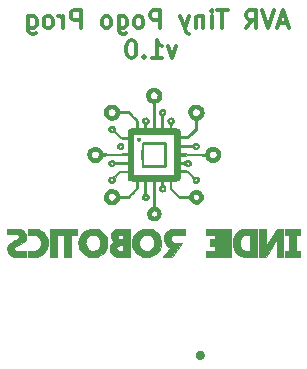
<source format=gbr>
%TF.GenerationSoftware,KiCad,Pcbnew,(5.1.10)-1*%
%TF.CreationDate,2021-09-08T15:10:06+01:00*%
%TF.ProjectId,Tiny-Pogo-AVR,54696e79-2d50-46f6-976f-2d4156522e6b,rev?*%
%TF.SameCoordinates,Original*%
%TF.FileFunction,Legend,Bot*%
%TF.FilePolarity,Positive*%
%FSLAX46Y46*%
G04 Gerber Fmt 4.6, Leading zero omitted, Abs format (unit mm)*
G04 Created by KiCad (PCBNEW (5.1.10)-1) date 2021-09-08 15:10:06*
%MOMM*%
%LPD*%
G01*
G04 APERTURE LIST*
%ADD10C,0.300000*%
%ADD11C,0.010000*%
%ADD12C,0.400000*%
G04 APERTURE END LIST*
D10*
X150001428Y-70095000D02*
X149287142Y-70095000D01*
X150144285Y-70523571D02*
X149644285Y-69023571D01*
X149144285Y-70523571D01*
X148858571Y-69023571D02*
X148358571Y-70523571D01*
X147858571Y-69023571D01*
X146501428Y-70523571D02*
X147001428Y-69809285D01*
X147358571Y-70523571D02*
X147358571Y-69023571D01*
X146787142Y-69023571D01*
X146644285Y-69095000D01*
X146572857Y-69166428D01*
X146501428Y-69309285D01*
X146501428Y-69523571D01*
X146572857Y-69666428D01*
X146644285Y-69737857D01*
X146787142Y-69809285D01*
X147358571Y-69809285D01*
X144930000Y-69023571D02*
X144072857Y-69023571D01*
X144501428Y-70523571D02*
X144501428Y-69023571D01*
X143572857Y-70523571D02*
X143572857Y-69523571D01*
X143572857Y-69023571D02*
X143644285Y-69095000D01*
X143572857Y-69166428D01*
X143501428Y-69095000D01*
X143572857Y-69023571D01*
X143572857Y-69166428D01*
X142858571Y-69523571D02*
X142858571Y-70523571D01*
X142858571Y-69666428D02*
X142787142Y-69595000D01*
X142644285Y-69523571D01*
X142430000Y-69523571D01*
X142287142Y-69595000D01*
X142215714Y-69737857D01*
X142215714Y-70523571D01*
X141644285Y-69523571D02*
X141287142Y-70523571D01*
X140930000Y-69523571D02*
X141287142Y-70523571D01*
X141430000Y-70880714D01*
X141501428Y-70952142D01*
X141644285Y-71023571D01*
X139215714Y-70523571D02*
X139215714Y-69023571D01*
X138644285Y-69023571D01*
X138501428Y-69095000D01*
X138430000Y-69166428D01*
X138358571Y-69309285D01*
X138358571Y-69523571D01*
X138430000Y-69666428D01*
X138501428Y-69737857D01*
X138644285Y-69809285D01*
X139215714Y-69809285D01*
X137501428Y-70523571D02*
X137644285Y-70452142D01*
X137715714Y-70380714D01*
X137787142Y-70237857D01*
X137787142Y-69809285D01*
X137715714Y-69666428D01*
X137644285Y-69595000D01*
X137501428Y-69523571D01*
X137287142Y-69523571D01*
X137144285Y-69595000D01*
X137072857Y-69666428D01*
X137001428Y-69809285D01*
X137001428Y-70237857D01*
X137072857Y-70380714D01*
X137144285Y-70452142D01*
X137287142Y-70523571D01*
X137501428Y-70523571D01*
X135715714Y-69523571D02*
X135715714Y-70737857D01*
X135787142Y-70880714D01*
X135858571Y-70952142D01*
X136001428Y-71023571D01*
X136215714Y-71023571D01*
X136358571Y-70952142D01*
X135715714Y-70452142D02*
X135858571Y-70523571D01*
X136144285Y-70523571D01*
X136287142Y-70452142D01*
X136358571Y-70380714D01*
X136430000Y-70237857D01*
X136430000Y-69809285D01*
X136358571Y-69666428D01*
X136287142Y-69595000D01*
X136144285Y-69523571D01*
X135858571Y-69523571D01*
X135715714Y-69595000D01*
X134787142Y-70523571D02*
X134930000Y-70452142D01*
X135001428Y-70380714D01*
X135072857Y-70237857D01*
X135072857Y-69809285D01*
X135001428Y-69666428D01*
X134930000Y-69595000D01*
X134787142Y-69523571D01*
X134572857Y-69523571D01*
X134430000Y-69595000D01*
X134358571Y-69666428D01*
X134287142Y-69809285D01*
X134287142Y-70237857D01*
X134358571Y-70380714D01*
X134430000Y-70452142D01*
X134572857Y-70523571D01*
X134787142Y-70523571D01*
X132501428Y-70523571D02*
X132501428Y-69023571D01*
X131930000Y-69023571D01*
X131787142Y-69095000D01*
X131715714Y-69166428D01*
X131644285Y-69309285D01*
X131644285Y-69523571D01*
X131715714Y-69666428D01*
X131787142Y-69737857D01*
X131930000Y-69809285D01*
X132501428Y-69809285D01*
X131001428Y-70523571D02*
X131001428Y-69523571D01*
X131001428Y-69809285D02*
X130930000Y-69666428D01*
X130858571Y-69595000D01*
X130715714Y-69523571D01*
X130572857Y-69523571D01*
X129858571Y-70523571D02*
X130001428Y-70452142D01*
X130072857Y-70380714D01*
X130144285Y-70237857D01*
X130144285Y-69809285D01*
X130072857Y-69666428D01*
X130001428Y-69595000D01*
X129858571Y-69523571D01*
X129644285Y-69523571D01*
X129501428Y-69595000D01*
X129430000Y-69666428D01*
X129358571Y-69809285D01*
X129358571Y-70237857D01*
X129430000Y-70380714D01*
X129501428Y-70452142D01*
X129644285Y-70523571D01*
X129858571Y-70523571D01*
X128072857Y-69523571D02*
X128072857Y-70737857D01*
X128144285Y-70880714D01*
X128215714Y-70952142D01*
X128358571Y-71023571D01*
X128572857Y-71023571D01*
X128715714Y-70952142D01*
X128072857Y-70452142D02*
X128215714Y-70523571D01*
X128501428Y-70523571D01*
X128644285Y-70452142D01*
X128715714Y-70380714D01*
X128787142Y-70237857D01*
X128787142Y-69809285D01*
X128715714Y-69666428D01*
X128644285Y-69595000D01*
X128501428Y-69523571D01*
X128215714Y-69523571D01*
X128072857Y-69595000D01*
X140572857Y-72073571D02*
X140215714Y-73073571D01*
X139858571Y-72073571D01*
X138501428Y-73073571D02*
X139358571Y-73073571D01*
X138930000Y-73073571D02*
X138930000Y-71573571D01*
X139072857Y-71787857D01*
X139215714Y-71930714D01*
X139358571Y-72002142D01*
X137858571Y-72930714D02*
X137787142Y-73002142D01*
X137858571Y-73073571D01*
X137930000Y-73002142D01*
X137858571Y-72930714D01*
X137858571Y-73073571D01*
X136858571Y-71573571D02*
X136715714Y-71573571D01*
X136572857Y-71645000D01*
X136501428Y-71716428D01*
X136430000Y-71859285D01*
X136358571Y-72145000D01*
X136358571Y-72502142D01*
X136430000Y-72787857D01*
X136501428Y-72930714D01*
X136572857Y-73002142D01*
X136715714Y-73073571D01*
X136858571Y-73073571D01*
X137001428Y-73002142D01*
X137072857Y-72930714D01*
X137144285Y-72787857D01*
X137215714Y-72502142D01*
X137215714Y-72145000D01*
X137144285Y-71859285D01*
X137072857Y-71716428D01*
X137001428Y-71645000D01*
X136858571Y-71573571D01*
D11*
%TO.C,G\u002A\u002A\u002A*%
G36*
X137301258Y-79817888D02*
G01*
X137266680Y-79837280D01*
X137239602Y-79895681D01*
X137242334Y-79969422D01*
X137272996Y-80034140D01*
X137282651Y-80044163D01*
X137327132Y-80076750D01*
X137370712Y-80080705D01*
X137433050Y-80060008D01*
X137475502Y-80027765D01*
X137489901Y-79967653D01*
X137490200Y-79952398D01*
X137475674Y-79866368D01*
X137430009Y-79819131D01*
X137363200Y-79806800D01*
X137301258Y-79817888D01*
G37*
X137301258Y-79817888D02*
X137266680Y-79837280D01*
X137239602Y-79895681D01*
X137242334Y-79969422D01*
X137272996Y-80034140D01*
X137282651Y-80044163D01*
X137327132Y-80076750D01*
X137370712Y-80080705D01*
X137433050Y-80060008D01*
X137475502Y-80027765D01*
X137489901Y-79967653D01*
X137490200Y-79952398D01*
X137475674Y-79866368D01*
X137430009Y-79819131D01*
X137363200Y-79806800D01*
X137301258Y-79817888D01*
G36*
X138434085Y-80188011D02*
G01*
X138230144Y-80188772D01*
X138067356Y-80190276D01*
X137940897Y-80192716D01*
X137845943Y-80196282D01*
X137777671Y-80201167D01*
X137731258Y-80207565D01*
X137701881Y-80215666D01*
X137684715Y-80225663D01*
X137682515Y-80227714D01*
X137672103Y-80243231D01*
X137663641Y-80270114D01*
X137656933Y-80313208D01*
X137651784Y-80377364D01*
X137648000Y-80467427D01*
X137645384Y-80588246D01*
X137643743Y-80744669D01*
X137642882Y-80941543D01*
X137642604Y-81183717D01*
X137642600Y-81219984D01*
X137643321Y-81492483D01*
X137645447Y-81725177D01*
X137648923Y-81915974D01*
X137653693Y-82062782D01*
X137659704Y-82163512D01*
X137666901Y-82216072D01*
X137668894Y-82221469D01*
X137677383Y-82233925D01*
X137691421Y-82244078D01*
X137715842Y-82252164D01*
X137755478Y-82258416D01*
X137815162Y-82263070D01*
X137899726Y-82266362D01*
X138014003Y-82268524D01*
X138162826Y-82269793D01*
X138351027Y-82270404D01*
X138583439Y-82270591D01*
X138679814Y-82270600D01*
X138949225Y-82270161D01*
X139171215Y-82268779D01*
X139349158Y-82266352D01*
X139486426Y-82262778D01*
X139586391Y-82257956D01*
X139652428Y-82251786D01*
X139687907Y-82244165D01*
X139694920Y-82240120D01*
X139703304Y-82217521D01*
X139710169Y-82165821D01*
X139715619Y-82081631D01*
X139719757Y-81961564D01*
X139722686Y-81802231D01*
X139724509Y-81600245D01*
X139725330Y-81352217D01*
X139725400Y-81238634D01*
X139725192Y-80987410D01*
X139724441Y-80782186D01*
X139722958Y-80618164D01*
X139720552Y-80490544D01*
X139717036Y-80394529D01*
X139715023Y-80365600D01*
X139573000Y-80365600D01*
X139573000Y-81224966D01*
X139572508Y-81429086D01*
X139571108Y-81616887D01*
X139568920Y-81782366D01*
X139566062Y-81919520D01*
X139562652Y-82022343D01*
X139558807Y-82084834D01*
X139555739Y-82101594D01*
X139527129Y-82105481D01*
X139453704Y-82108676D01*
X139341445Y-82111108D01*
X139196334Y-82112705D01*
X139024350Y-82113395D01*
X138831477Y-82113107D01*
X138673089Y-82112178D01*
X137807700Y-82105500D01*
X137794334Y-80365600D01*
X139573000Y-80365600D01*
X139715023Y-80365600D01*
X139712219Y-80325320D01*
X139705911Y-80278117D01*
X139697924Y-80248123D01*
X139688068Y-80230538D01*
X139685486Y-80227714D01*
X139670035Y-80217349D01*
X139643254Y-80208915D01*
X139600321Y-80202220D01*
X139536413Y-80197072D01*
X139446706Y-80193279D01*
X139326376Y-80190647D01*
X139170601Y-80188986D01*
X138974557Y-80188103D01*
X138733420Y-80187806D01*
X138684000Y-80187800D01*
X138434085Y-80188011D01*
G37*
X138434085Y-80188011D02*
X138230144Y-80188772D01*
X138067356Y-80190276D01*
X137940897Y-80192716D01*
X137845943Y-80196282D01*
X137777671Y-80201167D01*
X137731258Y-80207565D01*
X137701881Y-80215666D01*
X137684715Y-80225663D01*
X137682515Y-80227714D01*
X137672103Y-80243231D01*
X137663641Y-80270114D01*
X137656933Y-80313208D01*
X137651784Y-80377364D01*
X137648000Y-80467427D01*
X137645384Y-80588246D01*
X137643743Y-80744669D01*
X137642882Y-80941543D01*
X137642604Y-81183717D01*
X137642600Y-81219984D01*
X137643321Y-81492483D01*
X137645447Y-81725177D01*
X137648923Y-81915974D01*
X137653693Y-82062782D01*
X137659704Y-82163512D01*
X137666901Y-82216072D01*
X137668894Y-82221469D01*
X137677383Y-82233925D01*
X137691421Y-82244078D01*
X137715842Y-82252164D01*
X137755478Y-82258416D01*
X137815162Y-82263070D01*
X137899726Y-82266362D01*
X138014003Y-82268524D01*
X138162826Y-82269793D01*
X138351027Y-82270404D01*
X138583439Y-82270591D01*
X138679814Y-82270600D01*
X138949225Y-82270161D01*
X139171215Y-82268779D01*
X139349158Y-82266352D01*
X139486426Y-82262778D01*
X139586391Y-82257956D01*
X139652428Y-82251786D01*
X139687907Y-82244165D01*
X139694920Y-82240120D01*
X139703304Y-82217521D01*
X139710169Y-82165821D01*
X139715619Y-82081631D01*
X139719757Y-81961564D01*
X139722686Y-81802231D01*
X139724509Y-81600245D01*
X139725330Y-81352217D01*
X139725400Y-81238634D01*
X139725192Y-80987410D01*
X139724441Y-80782186D01*
X139722958Y-80618164D01*
X139720552Y-80490544D01*
X139717036Y-80394529D01*
X139715023Y-80365600D01*
X139573000Y-80365600D01*
X139573000Y-81224966D01*
X139572508Y-81429086D01*
X139571108Y-81616887D01*
X139568920Y-81782366D01*
X139566062Y-81919520D01*
X139562652Y-82022343D01*
X139558807Y-82084834D01*
X139555739Y-82101594D01*
X139527129Y-82105481D01*
X139453704Y-82108676D01*
X139341445Y-82111108D01*
X139196334Y-82112705D01*
X139024350Y-82113395D01*
X138831477Y-82113107D01*
X138673089Y-82112178D01*
X137807700Y-82105500D01*
X137794334Y-80365600D01*
X139573000Y-80365600D01*
X139715023Y-80365600D01*
X139712219Y-80325320D01*
X139705911Y-80278117D01*
X139697924Y-80248123D01*
X139688068Y-80230538D01*
X139685486Y-80227714D01*
X139670035Y-80217349D01*
X139643254Y-80208915D01*
X139600321Y-80202220D01*
X139536413Y-80197072D01*
X139446706Y-80193279D01*
X139326376Y-80190647D01*
X139170601Y-80188986D01*
X138974557Y-80188103D01*
X138733420Y-80187806D01*
X138684000Y-80187800D01*
X138434085Y-80188011D01*
G36*
X135725180Y-80261979D02*
G01*
X135640050Y-80324398D01*
X135581255Y-80414280D01*
X135559800Y-80518000D01*
X135567621Y-80595807D01*
X135598384Y-80657519D01*
X135646160Y-80711040D01*
X135714112Y-80768514D01*
X135778326Y-80793186D01*
X135830310Y-80796627D01*
X135908747Y-80788913D01*
X135972661Y-80771023D01*
X135978900Y-80767918D01*
X136065033Y-80696225D01*
X136109701Y-80596977D01*
X136117471Y-80518000D01*
X135966200Y-80518000D01*
X135948300Y-80594927D01*
X135894059Y-80636508D01*
X135833576Y-80645000D01*
X135768468Y-80628308D01*
X135732979Y-80581500D01*
X135717639Y-80502583D01*
X135740746Y-80436631D01*
X135795301Y-80396898D01*
X135833576Y-80391000D01*
X135913911Y-80408140D01*
X135957333Y-80460081D01*
X135966200Y-80518000D01*
X136117471Y-80518000D01*
X136096979Y-80397913D01*
X136037579Y-80309352D01*
X135942381Y-80255296D01*
X135825630Y-80238600D01*
X135725180Y-80261979D01*
G37*
X135725180Y-80261979D02*
X135640050Y-80324398D01*
X135581255Y-80414280D01*
X135559800Y-80518000D01*
X135567621Y-80595807D01*
X135598384Y-80657519D01*
X135646160Y-80711040D01*
X135714112Y-80768514D01*
X135778326Y-80793186D01*
X135830310Y-80796627D01*
X135908747Y-80788913D01*
X135972661Y-80771023D01*
X135978900Y-80767918D01*
X136065033Y-80696225D01*
X136109701Y-80596977D01*
X136117471Y-80518000D01*
X135966200Y-80518000D01*
X135948300Y-80594927D01*
X135894059Y-80636508D01*
X135833576Y-80645000D01*
X135768468Y-80628308D01*
X135732979Y-80581500D01*
X135717639Y-80502583D01*
X135740746Y-80436631D01*
X135795301Y-80396898D01*
X135833576Y-80391000D01*
X135913911Y-80408140D01*
X135957333Y-80460081D01*
X135966200Y-80518000D01*
X136117471Y-80518000D01*
X136096979Y-80397913D01*
X136037579Y-80309352D01*
X135942381Y-80255296D01*
X135825630Y-80238600D01*
X135725180Y-80261979D01*
G36*
X138496561Y-75609009D02*
G01*
X138347885Y-75676358D01*
X138214801Y-75784224D01*
X138118575Y-75921986D01*
X138062122Y-76081744D01*
X138048356Y-76255596D01*
X138074669Y-76416859D01*
X138134454Y-76547398D01*
X138232353Y-76668769D01*
X138355871Y-76767379D01*
X138435394Y-76809248D01*
X138512001Y-76845441D01*
X138568695Y-76878445D01*
X138588362Y-76895338D01*
X138592392Y-76926157D01*
X138596143Y-77002287D01*
X138599515Y-77118240D01*
X138602413Y-77268526D01*
X138604740Y-77447656D01*
X138606397Y-77650143D01*
X138607287Y-77870496D01*
X138607412Y-77971650D01*
X138607800Y-79019400D01*
X138049000Y-79019400D01*
X138049000Y-78842185D01*
X138050682Y-78747058D01*
X138058494Y-78688632D01*
X138076582Y-78652843D01*
X138109095Y-78625632D01*
X138113799Y-78622513D01*
X138196660Y-78544454D01*
X138239544Y-78452733D01*
X138245643Y-78371325D01*
X138099800Y-78371325D01*
X138079618Y-78449472D01*
X138026823Y-78496194D01*
X137953046Y-78505033D01*
X137894931Y-78485106D01*
X137856600Y-78440081D01*
X137847801Y-78374906D01*
X137864328Y-78306933D01*
X137901977Y-78253514D01*
X137956263Y-78232000D01*
X138017017Y-78252717D01*
X138071149Y-78302192D01*
X138099069Y-78361411D01*
X138099800Y-78371325D01*
X138245643Y-78371325D01*
X138246789Y-78356029D01*
X138222735Y-78263019D01*
X138171718Y-78182381D01*
X138098077Y-78122791D01*
X138006150Y-78092927D01*
X137900275Y-78101466D01*
X137860241Y-78115336D01*
X137765548Y-78175952D01*
X137710959Y-78264382D01*
X137693401Y-78385607D01*
X137693400Y-78385884D01*
X137697915Y-78460026D01*
X137718325Y-78513207D01*
X137764926Y-78566549D01*
X137795000Y-78594274D01*
X137849671Y-78646002D01*
X137880077Y-78689034D01*
X137893328Y-78741437D01*
X137896534Y-78821279D01*
X137896600Y-78852441D01*
X137896600Y-79019400D01*
X137337800Y-79019400D01*
X137337800Y-78728953D01*
X137335503Y-78605142D01*
X137329279Y-78493674D01*
X137320132Y-78408180D01*
X137311150Y-78367003D01*
X137285408Y-78327389D01*
X137229334Y-78259024D01*
X137148944Y-78168646D01*
X137050253Y-78062994D01*
X136939277Y-77948804D01*
X136924129Y-77933550D01*
X136650359Y-77658580D01*
X135451964Y-77658580D01*
X135437878Y-77717367D01*
X135420629Y-77764250D01*
X135355101Y-77872011D01*
X135260563Y-77944659D01*
X135147936Y-77978461D01*
X135028139Y-77969684D01*
X134935468Y-77930103D01*
X134863047Y-77863620D01*
X134805042Y-77770927D01*
X134774353Y-77674356D01*
X134772400Y-77647800D01*
X134792306Y-77554448D01*
X134843421Y-77458231D01*
X134912848Y-77381478D01*
X134935468Y-77365496D01*
X135053198Y-77320383D01*
X135172400Y-77320802D01*
X135282153Y-77363021D01*
X135371538Y-77443306D01*
X135420629Y-77531349D01*
X135446215Y-77605284D01*
X135451964Y-77658580D01*
X136650359Y-77658580D01*
X136563758Y-77571600D01*
X135785605Y-77571600D01*
X135724936Y-77434415D01*
X135627731Y-77263450D01*
X135506914Y-77137390D01*
X135361894Y-77055855D01*
X135192085Y-77018467D01*
X135076080Y-77017177D01*
X134897147Y-77050264D01*
X134743083Y-77127588D01*
X134614806Y-77248630D01*
X134577002Y-77299987D01*
X134503008Y-77452642D01*
X134474140Y-77615647D01*
X134488454Y-77780244D01*
X134544009Y-77937676D01*
X134638860Y-78079185D01*
X134771064Y-78196014D01*
X134776663Y-78199760D01*
X134840462Y-78237028D01*
X134904246Y-78259526D01*
X134985527Y-78271611D01*
X135088009Y-78277177D01*
X135196563Y-78278955D01*
X135272805Y-78272921D01*
X135335040Y-78255565D01*
X135401574Y-78223374D01*
X135419099Y-78213677D01*
X135543162Y-78122479D01*
X135648041Y-78004251D01*
X135720941Y-77874615D01*
X135737888Y-77824531D01*
X135764959Y-77724000D01*
X136138297Y-77724000D01*
X136511635Y-77723999D01*
X136848518Y-78063227D01*
X137185400Y-78402454D01*
X137185400Y-79019400D01*
X136963150Y-79019541D01*
X136787503Y-79025993D01*
X136657400Y-79045703D01*
X136569107Y-79079587D01*
X136518949Y-79128461D01*
X136504324Y-79176732D01*
X136490475Y-79262152D01*
X136479294Y-79371081D01*
X136474200Y-79451200D01*
X136461500Y-79717900D01*
X136168447Y-79725009D01*
X135875393Y-79732118D01*
X135625902Y-79497962D01*
X135376410Y-79263806D01*
X135391796Y-79151560D01*
X135390028Y-79082900D01*
X135255000Y-79082900D01*
X135238186Y-79127971D01*
X135204200Y-79171800D01*
X135153914Y-79209475D01*
X135115300Y-79222600D01*
X135070229Y-79205785D01*
X135026400Y-79171800D01*
X134988725Y-79121513D01*
X134975600Y-79082900D01*
X134992415Y-79037828D01*
X135026400Y-78994000D01*
X135076687Y-78956324D01*
X135115300Y-78943200D01*
X135160372Y-78960014D01*
X135204200Y-78994000D01*
X135241876Y-79044286D01*
X135255000Y-79082900D01*
X135390028Y-79082900D01*
X135388626Y-79028488D01*
X135348610Y-78927064D01*
X135280410Y-78851914D01*
X135192688Y-78807664D01*
X135094106Y-78798938D01*
X134993327Y-78830364D01*
X134910200Y-78894384D01*
X134847460Y-78992323D01*
X134831456Y-79099203D01*
X134862040Y-79204395D01*
X134915408Y-79275730D01*
X134970625Y-79323538D01*
X135026586Y-79348333D01*
X135104796Y-79358216D01*
X135137963Y-79359549D01*
X135281011Y-79363861D01*
X135535111Y-79617080D01*
X135789212Y-79870300D01*
X136132146Y-79878626D01*
X136475079Y-79886952D01*
X136468290Y-80513626D01*
X136461500Y-81140300D01*
X135423050Y-81146937D01*
X135128915Y-81148241D01*
X134884127Y-81148053D01*
X134687255Y-81146344D01*
X134536867Y-81143087D01*
X134431531Y-81138254D01*
X134369815Y-81131818D01*
X134351533Y-81126132D01*
X134321731Y-81081993D01*
X134302823Y-81027466D01*
X134262644Y-80931071D01*
X134189203Y-80828232D01*
X134095119Y-80734304D01*
X134014273Y-80676368D01*
X133945136Y-80639922D01*
X133880157Y-80618904D01*
X133800871Y-80609341D01*
X133692900Y-80607254D01*
X133551702Y-80614086D01*
X133443170Y-80638428D01*
X133350351Y-80686904D01*
X133256289Y-80766137D01*
X133236547Y-80785546D01*
X133147725Y-80885998D01*
X133093302Y-80982467D01*
X133066116Y-81092848D01*
X133058993Y-81229200D01*
X133072122Y-81393165D01*
X133115426Y-81526160D01*
X133195025Y-81641957D01*
X133278165Y-81722343D01*
X133380136Y-81791270D01*
X133502629Y-81847508D01*
X133624237Y-81882425D01*
X133692900Y-81889600D01*
X133801829Y-81873639D01*
X133925505Y-81831699D01*
X134041759Y-81772693D01*
X134112734Y-81720815D01*
X134180232Y-81645489D01*
X134246415Y-81548885D01*
X134279735Y-81487298D01*
X134319718Y-81408649D01*
X134355393Y-81349203D01*
X134375764Y-81324838D01*
X134406567Y-81320784D01*
X134482645Y-81317013D01*
X134598477Y-81313627D01*
X134748539Y-81310722D01*
X134927308Y-81308399D01*
X135129261Y-81306757D01*
X135348875Y-81305893D01*
X135439150Y-81305788D01*
X136474200Y-81305400D01*
X136474200Y-81864200D01*
X135435890Y-81864200D01*
X135318500Y-81762600D01*
X135213594Y-81687718D01*
X135120587Y-81659324D01*
X135031588Y-81677117D01*
X134938700Y-81740800D01*
X134930777Y-81747948D01*
X134872136Y-81808100D01*
X134844144Y-81861715D01*
X134836070Y-81931724D01*
X134835900Y-81950659D01*
X134842928Y-82034049D01*
X134871611Y-82095946D01*
X134918939Y-82149461D01*
X134984128Y-82204535D01*
X135048556Y-82228330D01*
X135114565Y-82232500D01*
X135186950Y-82227165D01*
X135243655Y-82204804D01*
X135305009Y-82155880D01*
X135331157Y-82130900D01*
X135435161Y-82029300D01*
X136461500Y-82029300D01*
X136461500Y-82588100D01*
X135763994Y-82613500D01*
X135566647Y-82806329D01*
X135450330Y-82918509D01*
X135361585Y-82999186D01*
X135292741Y-83053447D01*
X135236126Y-83086374D01*
X135184067Y-83103052D01*
X135128895Y-83108563D01*
X135110205Y-83108800D01*
X134999762Y-83119123D01*
X134923691Y-83154490D01*
X134869034Y-83221492D01*
X134861563Y-83235291D01*
X134826620Y-83346914D01*
X134834146Y-83450240D01*
X134876191Y-83539244D01*
X134944801Y-83607899D01*
X135032025Y-83650180D01*
X135129911Y-83660062D01*
X135230506Y-83631519D01*
X135309765Y-83574901D01*
X135350807Y-83529467D01*
X135372579Y-83481822D01*
X135380955Y-83413667D01*
X135381714Y-83367366D01*
X135235386Y-83367366D01*
X135221765Y-83434408D01*
X135181206Y-83488689D01*
X135117378Y-83514696D01*
X135106096Y-83515200D01*
X135058934Y-83499188D01*
X135022051Y-83473163D01*
X134982904Y-83411119D01*
X134983502Y-83345132D01*
X135015500Y-83287629D01*
X135070554Y-83251041D01*
X135140319Y-83247796D01*
X135167141Y-83257052D01*
X135218401Y-83303077D01*
X135235386Y-83367366D01*
X135381714Y-83367366D01*
X135382000Y-83349944D01*
X135382000Y-83194193D01*
X135607330Y-82973696D01*
X135832659Y-82753200D01*
X136468581Y-82753200D01*
X136478133Y-83032287D01*
X136484895Y-83178769D01*
X136498629Y-83283375D01*
X136526950Y-83353486D01*
X136577475Y-83396486D01*
X136657820Y-83419754D01*
X136775600Y-83430675D01*
X136893842Y-83435227D01*
X137185400Y-83444482D01*
X137185400Y-84057087D01*
X136850062Y-84395743D01*
X136514724Y-84734400D01*
X135767083Y-84734400D01*
X135726742Y-84612945D01*
X135652173Y-84457441D01*
X135548108Y-84336386D01*
X135421785Y-84249445D01*
X135280443Y-84196280D01*
X135131322Y-84176557D01*
X134981659Y-84189939D01*
X134838693Y-84236090D01*
X134709663Y-84314674D01*
X134601807Y-84425355D01*
X134522365Y-84567797D01*
X134490911Y-84670314D01*
X134476277Y-84846352D01*
X134508905Y-85016530D01*
X134585322Y-85172427D01*
X134702054Y-85305619D01*
X134776264Y-85362271D01*
X134848605Y-85403009D01*
X134924761Y-85426800D01*
X135024830Y-85439139D01*
X135066440Y-85441630D01*
X135172404Y-85442331D01*
X135270750Y-85435129D01*
X135338086Y-85422119D01*
X135454543Y-85361820D01*
X135566815Y-85264998D01*
X135660969Y-85144985D01*
X135698404Y-85077290D01*
X135741678Y-84998156D01*
X135785658Y-84937095D01*
X135812561Y-84912863D01*
X135854875Y-84903387D01*
X135937203Y-84895450D01*
X136048763Y-84889744D01*
X136178777Y-84886961D01*
X136218904Y-84886800D01*
X136576547Y-84886800D01*
X136643665Y-84821902D01*
X135451893Y-84821902D01*
X135437567Y-84881042D01*
X135420629Y-84927050D01*
X135355101Y-85034811D01*
X135260563Y-85107459D01*
X135147936Y-85141261D01*
X135028139Y-85132484D01*
X134935468Y-85092903D01*
X134863730Y-85027182D01*
X134805814Y-84935510D01*
X134774627Y-84840113D01*
X134772400Y-84812099D01*
X134792291Y-84723483D01*
X134843473Y-84629664D01*
X134913214Y-84550787D01*
X134957184Y-84519802D01*
X135055795Y-84485786D01*
X135150753Y-84486983D01*
X135269889Y-84517578D01*
X135353562Y-84577287D01*
X135412707Y-84674534D01*
X135421048Y-84695245D01*
X135446371Y-84768659D01*
X135451893Y-84821902D01*
X136643665Y-84821902D01*
X136661921Y-84804250D01*
X136708586Y-84757729D01*
X136782132Y-84682753D01*
X136874433Y-84587678D01*
X136977362Y-84480859D01*
X137042548Y-84412823D01*
X137337800Y-84103947D01*
X137337800Y-83439000D01*
X137896600Y-83439000D01*
X137896600Y-84495332D01*
X137795000Y-84591608D01*
X137735056Y-84653308D01*
X137704796Y-84704913D01*
X137694318Y-84768164D01*
X137693400Y-84814695D01*
X137698940Y-84900902D01*
X137721387Y-84960641D01*
X137767647Y-85015753D01*
X137827923Y-85064943D01*
X137893049Y-85086311D01*
X137960687Y-85090000D01*
X138043203Y-85083819D01*
X138103633Y-85057935D01*
X138165840Y-85003639D01*
X138222335Y-84937642D01*
X138247401Y-84874915D01*
X138251570Y-84817825D01*
X138092785Y-84817825D01*
X138075667Y-84884434D01*
X138028935Y-84924873D01*
X137961575Y-84937743D01*
X137896792Y-84921148D01*
X137872475Y-84901035D01*
X137850864Y-84842625D01*
X137856091Y-84771605D01*
X137884751Y-84713568D01*
X137899019Y-84701471D01*
X137967806Y-84682100D01*
X138030107Y-84702365D01*
X138075305Y-84751272D01*
X138092785Y-84817825D01*
X138251570Y-84817825D01*
X138252200Y-84809207D01*
X138246613Y-84738870D01*
X138223185Y-84684233D01*
X138171919Y-84625151D01*
X138150600Y-84604484D01*
X138049000Y-84507834D01*
X138049000Y-83437281D01*
X138322050Y-83444490D01*
X138595100Y-83451700D01*
X138595100Y-85636100D01*
X138487778Y-85687658D01*
X138367409Y-85762500D01*
X138258801Y-85860587D01*
X138178551Y-85966239D01*
X138164281Y-85993220D01*
X138137334Y-86087322D01*
X138126672Y-86206983D01*
X138132537Y-86329559D01*
X138155173Y-86432408D01*
X138159451Y-86443365D01*
X138233135Y-86568757D01*
X138335605Y-86676000D01*
X138441650Y-86744056D01*
X138551089Y-86776819D01*
X138678423Y-86789778D01*
X138803757Y-86782841D01*
X138907196Y-86755917D01*
X138926886Y-86746285D01*
X139080769Y-86637531D01*
X139188273Y-86509435D01*
X139248772Y-86363311D01*
X139258906Y-86235048D01*
X138957924Y-86235048D01*
X138927284Y-86334537D01*
X138877040Y-86400639D01*
X138808857Y-86458235D01*
X138744268Y-86482968D01*
X138692890Y-86486435D01*
X138612788Y-86474588D01*
X138546641Y-86446251D01*
X138540923Y-86441985D01*
X138464488Y-86352489D01*
X138432023Y-86249845D01*
X138444828Y-86144699D01*
X138494187Y-86059016D01*
X138582508Y-85986768D01*
X138683952Y-85963538D01*
X138793982Y-85988258D01*
X138889098Y-86051107D01*
X138944470Y-86136971D01*
X138957924Y-86235048D01*
X139258906Y-86235048D01*
X139261638Y-86200472D01*
X139243554Y-86083739D01*
X139182863Y-85936034D01*
X139080287Y-85811285D01*
X138942242Y-85716707D01*
X138900055Y-85697418D01*
X138760200Y-85639452D01*
X138760200Y-83439000D01*
X139319000Y-83439000D01*
X139319000Y-83607609D01*
X139317070Y-83700705D01*
X139306507Y-83762669D01*
X139280153Y-83813147D01*
X139230848Y-83871786D01*
X139217400Y-83886441D01*
X139147074Y-83976165D01*
X139117431Y-84050823D01*
X139115800Y-84071778D01*
X139136694Y-84190273D01*
X139192937Y-84282789D01*
X139274871Y-84345042D01*
X139372840Y-84372747D01*
X139477186Y-84361618D01*
X139578253Y-84307371D01*
X139601235Y-84287184D01*
X139647816Y-84233274D01*
X139669403Y-84174883D01*
X139674600Y-84090746D01*
X139673719Y-84073106D01*
X139528167Y-84073106D01*
X139523908Y-84138274D01*
X139489747Y-84194650D01*
X139440252Y-84222363D01*
X139373514Y-84220835D01*
X139313065Y-84191123D01*
X139308115Y-84186485D01*
X139275549Y-84128029D01*
X139271057Y-84060851D01*
X139295698Y-84008482D01*
X139299950Y-84004853D01*
X139373154Y-83965261D01*
X139436989Y-83972648D01*
X139485255Y-84009345D01*
X139528167Y-84073106D01*
X139673719Y-84073106D01*
X139670686Y-84012460D01*
X139652239Y-83957905D01*
X139609201Y-83905309D01*
X139573000Y-83870800D01*
X139518572Y-83817907D01*
X139488167Y-83774156D01*
X139474798Y-83721476D01*
X139471480Y-83641800D01*
X139471400Y-83608001D01*
X139471400Y-83439000D01*
X140026361Y-83439000D01*
X140034631Y-83795358D01*
X140042900Y-84151716D01*
X140782960Y-84886800D01*
X141200330Y-84887188D01*
X141342133Y-84888408D01*
X141466794Y-84891531D01*
X141565154Y-84896166D01*
X141628053Y-84901921D01*
X141645843Y-84906238D01*
X141672038Y-84939143D01*
X141706700Y-85001578D01*
X141724324Y-85039200D01*
X141811691Y-85181756D01*
X141927363Y-85288570D01*
X142063003Y-85358178D01*
X142210279Y-85389116D01*
X142360854Y-85379918D01*
X142506394Y-85329120D01*
X142638565Y-85235258D01*
X142668365Y-85205085D01*
X142761543Y-85069495D01*
X142811234Y-84919060D01*
X142815651Y-84823708D01*
X142519400Y-84823708D01*
X142499152Y-84923434D01*
X142435465Y-85004117D01*
X142384429Y-85040464D01*
X142292456Y-85082004D01*
X142209899Y-85081368D01*
X142119534Y-85038024D01*
X142110407Y-85031995D01*
X142030093Y-84951535D01*
X141992646Y-84852895D01*
X142000966Y-84746991D01*
X142021607Y-84697631D01*
X142090850Y-84613165D01*
X142178556Y-84567581D01*
X142274018Y-84558168D01*
X142366535Y-84582216D01*
X142445402Y-84637013D01*
X142499915Y-84719849D01*
X142519400Y-84823708D01*
X142815651Y-84823708D01*
X142818457Y-84763148D01*
X142784231Y-84611127D01*
X142709575Y-84472365D01*
X142595507Y-84356231D01*
X142574362Y-84340857D01*
X142514683Y-84302609D01*
X142460995Y-84279786D01*
X142396799Y-84268470D01*
X142305594Y-84264744D01*
X142252701Y-84264500D01*
X142144565Y-84266103D01*
X142070809Y-84273520D01*
X142015049Y-84290655D01*
X141960901Y-84321415D01*
X141932571Y-84340831D01*
X141824799Y-84444341D01*
X141743642Y-84569431D01*
X141663320Y-84721700D01*
X140857728Y-84735744D01*
X140520164Y-84398874D01*
X140182600Y-84062005D01*
X140182600Y-83443371D01*
X140474062Y-83434835D01*
X140625387Y-83428758D01*
X140733489Y-83415756D01*
X140805941Y-83388254D01*
X140850318Y-83338680D01*
X140874193Y-83259461D01*
X140885137Y-83143022D01*
X140889636Y-83019261D01*
X140898172Y-82727800D01*
X141491654Y-82727800D01*
X141742137Y-82979226D01*
X141841341Y-83079443D01*
X141909641Y-83151508D01*
X141952231Y-83203011D01*
X141974300Y-83241547D01*
X141981043Y-83274707D01*
X141977650Y-83310083D01*
X141975710Y-83320788D01*
X141974504Y-83436537D01*
X142011488Y-83531738D01*
X142077222Y-83603309D01*
X142162266Y-83648168D01*
X142257177Y-83663232D01*
X142352516Y-83645419D01*
X142438840Y-83591646D01*
X142506709Y-83498830D01*
X142508654Y-83494796D01*
X142537003Y-83382265D01*
X142534555Y-83369848D01*
X142392400Y-83369848D01*
X142373855Y-83427317D01*
X142329912Y-83481714D01*
X142278108Y-83513192D01*
X142263960Y-83515200D01*
X142209835Y-83498009D01*
X142163800Y-83464400D01*
X142126125Y-83414113D01*
X142113000Y-83375500D01*
X142129815Y-83330428D01*
X142163800Y-83286600D01*
X142214087Y-83248924D01*
X142252700Y-83235800D01*
X142300827Y-83254623D01*
X142352217Y-83298512D01*
X142387203Y-83348598D01*
X142392400Y-83369848D01*
X142534555Y-83369848D01*
X142515631Y-83273860D01*
X142445607Y-83174719D01*
X142441163Y-83170399D01*
X142386063Y-83125025D01*
X142331214Y-83104137D01*
X142253849Y-83100158D01*
X142231930Y-83100785D01*
X142100300Y-83105471D01*
X141839568Y-82846785D01*
X141578835Y-82588100D01*
X141236318Y-82579782D01*
X140893800Y-82571464D01*
X140893800Y-82016600D01*
X141070164Y-82016600D01*
X141163856Y-82017926D01*
X141220917Y-82025139D01*
X141255506Y-82043092D01*
X141281783Y-82076637D01*
X141291298Y-82092389D01*
X141368834Y-82179574D01*
X141467365Y-82226727D01*
X141574949Y-82232492D01*
X141679645Y-82195515D01*
X141744485Y-82143825D01*
X141793618Y-82079578D01*
X141814037Y-82008616D01*
X141816616Y-81953100D01*
X141681200Y-81953100D01*
X141664386Y-81998171D01*
X141630400Y-82042000D01*
X141580114Y-82079675D01*
X141541500Y-82092800D01*
X141496429Y-82075985D01*
X141452600Y-82042000D01*
X141414925Y-81991713D01*
X141401800Y-81953100D01*
X141418615Y-81908028D01*
X141452600Y-81864200D01*
X141502887Y-81826524D01*
X141541500Y-81813400D01*
X141586572Y-81830214D01*
X141630400Y-81864200D01*
X141668076Y-81914486D01*
X141681200Y-81953100D01*
X141816616Y-81953100D01*
X141816667Y-81952013D01*
X141809563Y-81867649D01*
X141780738Y-81805515D01*
X141735745Y-81754621D01*
X141670361Y-81700147D01*
X141603908Y-81677215D01*
X141542236Y-81673700D01*
X141466975Y-81679628D01*
X141408384Y-81704094D01*
X141344360Y-81757116D01*
X141332103Y-81768950D01*
X141276576Y-81820011D01*
X141229823Y-81848546D01*
X141173421Y-81861082D01*
X141088947Y-81864147D01*
X141063320Y-81864200D01*
X140892082Y-81864200D01*
X140906500Y-81318100D01*
X141944951Y-81311462D01*
X142228668Y-81310281D01*
X142471699Y-81310598D01*
X142672231Y-81312379D01*
X142828451Y-81315594D01*
X142938546Y-81320211D01*
X143000705Y-81326198D01*
X143013990Y-81330210D01*
X143040876Y-81369888D01*
X143068406Y-81435637D01*
X143073372Y-81451148D01*
X143140761Y-81592343D01*
X143244756Y-81707579D01*
X143376448Y-81793456D01*
X143526927Y-81846577D01*
X143687283Y-81863541D01*
X143848606Y-81840950D01*
X143970186Y-81793264D01*
X144113688Y-81692592D01*
X144220315Y-81564869D01*
X144289018Y-81418281D01*
X144318751Y-81261014D01*
X144314718Y-81198349D01*
X144013022Y-81198349D01*
X144005250Y-81295378D01*
X143971180Y-81376513D01*
X143893380Y-81474515D01*
X143790319Y-81536686D01*
X143673994Y-81559433D01*
X143556402Y-81539165D01*
X143507030Y-81515504D01*
X143450791Y-81464782D01*
X143395118Y-81387779D01*
X143351859Y-81304077D01*
X143332865Y-81233257D01*
X143332758Y-81227530D01*
X143350820Y-81150187D01*
X143394744Y-81062250D01*
X143452131Y-80984298D01*
X143506743Y-80938784D01*
X143623405Y-80902934D01*
X143743048Y-80907439D01*
X143852974Y-80948273D01*
X143940487Y-81021412D01*
X143981429Y-81089240D01*
X144013022Y-81198349D01*
X144314718Y-81198349D01*
X144308468Y-81101256D01*
X144257122Y-80947193D01*
X144163667Y-80807012D01*
X144103894Y-80747367D01*
X143973251Y-80653920D01*
X143835579Y-80602595D01*
X143673824Y-80587083D01*
X143670686Y-80587093D01*
X143493575Y-80611684D01*
X143335934Y-80680736D01*
X143204067Y-80789647D01*
X143104280Y-80933812D01*
X143064221Y-81029850D01*
X143023134Y-81153553D01*
X141964817Y-81146926D01*
X140906500Y-81140300D01*
X140892082Y-80594200D01*
X141943004Y-80594200D01*
X142036800Y-80695800D01*
X142098152Y-80756473D01*
X142149860Y-80786753D01*
X142212897Y-80796784D01*
X142246850Y-80797400D01*
X142366688Y-80776274D01*
X142458731Y-80718510D01*
X142517249Y-80632529D01*
X142534231Y-80539285D01*
X142384935Y-80539285D01*
X142381951Y-80556176D01*
X142344558Y-80619765D01*
X142283135Y-80651399D01*
X142214289Y-80649557D01*
X142154626Y-80612718D01*
X142132647Y-80579015D01*
X142125061Y-80510026D01*
X142153852Y-80444386D01*
X142207908Y-80399997D01*
X142249349Y-80391000D01*
X142321514Y-80412701D01*
X142370904Y-80467356D01*
X142384935Y-80539285D01*
X142534231Y-80539285D01*
X142536515Y-80526749D01*
X142510799Y-80409591D01*
X142510758Y-80409493D01*
X142448410Y-80319651D01*
X142357512Y-80261176D01*
X142252227Y-80239365D01*
X142146715Y-80259517D01*
X142130381Y-80267184D01*
X142075839Y-80304969D01*
X142014704Y-80360212D01*
X142006482Y-80368784D01*
X141938064Y-80441800D01*
X141447682Y-80441411D01*
X141293426Y-80440255D01*
X141155633Y-80437269D01*
X141042745Y-80432793D01*
X140963202Y-80427169D01*
X140925447Y-80420737D01*
X140924615Y-80420283D01*
X140909013Y-80394222D01*
X140900168Y-80335946D01*
X140897490Y-80238817D01*
X140899215Y-80134922D01*
X140906500Y-79870300D01*
X141211300Y-79869480D01*
X141373086Y-79866160D01*
X141488457Y-79856932D01*
X141561499Y-79841401D01*
X141579354Y-79833571D01*
X141616969Y-79804769D01*
X141683130Y-79746014D01*
X141770948Y-79663754D01*
X141873534Y-79564436D01*
X141979404Y-79459141D01*
X142316200Y-79119803D01*
X142316200Y-78754178D01*
X142317275Y-78620101D01*
X142320227Y-78502029D01*
X142324648Y-78410342D01*
X142330129Y-78355419D01*
X142332235Y-78346769D01*
X142362128Y-78315500D01*
X142425231Y-78273411D01*
X142507990Y-78229522D01*
X142509488Y-78228813D01*
X142663945Y-78135492D01*
X142776041Y-78019079D01*
X142851344Y-77873312D01*
X142866209Y-77827707D01*
X142893128Y-77651700D01*
X142887871Y-77606380D01*
X142590023Y-77606380D01*
X142587786Y-77691634D01*
X142551270Y-77787381D01*
X142546265Y-77797330D01*
X142470149Y-77895925D01*
X142367606Y-77955833D01*
X142248371Y-77974042D01*
X142122177Y-77947541D01*
X142096522Y-77936404D01*
X142021307Y-77879034D01*
X141957020Y-77792901D01*
X141916851Y-77698377D01*
X141909800Y-77647996D01*
X141931031Y-77545446D01*
X141986144Y-77445850D01*
X142062272Y-77372036D01*
X142067022Y-77369051D01*
X142180259Y-77325642D01*
X142299136Y-77322571D01*
X142411064Y-77356284D01*
X142503455Y-77423232D01*
X142559029Y-77507840D01*
X142590023Y-77606380D01*
X142887871Y-77606380D01*
X142873344Y-77481165D01*
X142810628Y-77324074D01*
X142708749Y-77188398D01*
X142571476Y-77082111D01*
X142495848Y-77044593D01*
X142391094Y-77017388D01*
X142262349Y-77007241D01*
X142132311Y-77014189D01*
X142023681Y-77038267D01*
X142009553Y-77043818D01*
X141857836Y-77132867D01*
X141742679Y-77249494D01*
X141663896Y-77386197D01*
X141621304Y-77535476D01*
X141614718Y-77689829D01*
X141643954Y-77841757D01*
X141708827Y-77983758D01*
X141809153Y-78108331D01*
X141944746Y-78207974D01*
X142039253Y-78251306D01*
X142176500Y-78302470D01*
X142183569Y-78664452D01*
X142190638Y-79026435D01*
X141854581Y-79365817D01*
X141518524Y-79705200D01*
X140893800Y-79705200D01*
X140893800Y-79502000D01*
X140411200Y-79502000D01*
X140411200Y-82956400D01*
X136956800Y-82956400D01*
X136956800Y-81953100D01*
X135255000Y-81953100D01*
X135238186Y-81998171D01*
X135204200Y-82042000D01*
X135153914Y-82079675D01*
X135115300Y-82092800D01*
X135070229Y-82075985D01*
X135026400Y-82042000D01*
X134988725Y-81991713D01*
X134975600Y-81953100D01*
X134992415Y-81908028D01*
X135026400Y-81864200D01*
X135076687Y-81826524D01*
X135115300Y-81813400D01*
X135160372Y-81830214D01*
X135204200Y-81864200D01*
X135241876Y-81914486D01*
X135255000Y-81953100D01*
X136956800Y-81953100D01*
X136956800Y-81269020D01*
X134024846Y-81269020D01*
X133995051Y-81373785D01*
X133931839Y-81460463D01*
X133843690Y-81523276D01*
X133739082Y-81556445D01*
X133626498Y-81554194D01*
X133514416Y-81510745D01*
X133499807Y-81501421D01*
X133415751Y-81416011D01*
X133376577Y-81337463D01*
X133356168Y-81268576D01*
X133354789Y-81214556D01*
X133373836Y-81150690D01*
X133389277Y-81112553D01*
X133456605Y-81006359D01*
X133547500Y-80937723D01*
X133652023Y-80906016D01*
X133760236Y-80910612D01*
X133862203Y-80950882D01*
X133947984Y-81026198D01*
X134007643Y-81135933D01*
X134012742Y-81151945D01*
X134024846Y-81269020D01*
X136956800Y-81269020D01*
X136956800Y-79502000D01*
X140411200Y-79502000D01*
X140893800Y-79502000D01*
X140893800Y-79475784D01*
X140888709Y-79318630D01*
X140871534Y-79204216D01*
X140839428Y-79125325D01*
X140789542Y-79074743D01*
X140724380Y-79046695D01*
X140653057Y-79034064D01*
X140550214Y-79024552D01*
X140435107Y-79019797D01*
X140404850Y-79019541D01*
X140182600Y-79019400D01*
X140182600Y-78843329D01*
X140184031Y-78749337D01*
X140191726Y-78691131D01*
X140210789Y-78653708D01*
X140246326Y-78622067D01*
X140261674Y-78610953D01*
X140349426Y-78522523D01*
X140392544Y-78419539D01*
X140391387Y-78371700D01*
X140258800Y-78371700D01*
X140241986Y-78416771D01*
X140208000Y-78460600D01*
X140157714Y-78498275D01*
X140119100Y-78511400D01*
X140074029Y-78494585D01*
X140030200Y-78460600D01*
X139992394Y-78408621D01*
X139979400Y-78367350D01*
X140000110Y-78307233D01*
X140049287Y-78255443D01*
X140107503Y-78232063D01*
X140110337Y-78232000D01*
X140166084Y-78251404D01*
X140220847Y-78297406D01*
X140255161Y-78351692D01*
X140258800Y-78371700D01*
X140391387Y-78371700D01*
X140389921Y-78311118D01*
X140340450Y-78206378D01*
X140314580Y-78175166D01*
X140224443Y-78109252D01*
X140125608Y-78085715D01*
X140027745Y-78099568D01*
X139940522Y-78145825D01*
X139873607Y-78219499D01*
X139836670Y-78315604D01*
X139837760Y-78421091D01*
X139855696Y-78484896D01*
X139889094Y-78538856D01*
X139948862Y-78598130D01*
X139990280Y-78633051D01*
X140013797Y-78669573D01*
X140026486Y-78737140D01*
X140030200Y-78842601D01*
X140030200Y-79019400D01*
X139471400Y-79019400D01*
X139471400Y-77960684D01*
X139573000Y-77857036D01*
X139633270Y-77789770D01*
X139663758Y-77734153D01*
X139674018Y-77669687D01*
X139674433Y-77647800D01*
X139522200Y-77647800D01*
X139511112Y-77709742D01*
X139491720Y-77744320D01*
X139432558Y-77771906D01*
X139361015Y-77766030D01*
X139308115Y-77734885D01*
X139274286Y-77672567D01*
X139272822Y-77601251D01*
X139298680Y-77551280D01*
X139346177Y-77527809D01*
X139395200Y-77520800D01*
X139472688Y-77539102D01*
X139514494Y-77593542D01*
X139522200Y-77647800D01*
X139674433Y-77647800D01*
X139674600Y-77639048D01*
X139666879Y-77554216D01*
X139636234Y-77491189D01*
X139596447Y-77446553D01*
X139535372Y-77395407D01*
X139472711Y-77373134D01*
X139399597Y-77369207D01*
X139278026Y-77390957D01*
X139187531Y-77451598D01*
X139132188Y-77546992D01*
X139115800Y-77657384D01*
X139122517Y-77724692D01*
X139149298Y-77780165D01*
X139206090Y-77843046D01*
X139217400Y-77853915D01*
X139319000Y-77950565D01*
X139319000Y-79019400D01*
X138760200Y-79019400D01*
X138760200Y-76872323D01*
X138888985Y-76826583D01*
X139053622Y-76744011D01*
X139180624Y-76628195D01*
X139267785Y-76482304D01*
X139312895Y-76309503D01*
X139318900Y-76211530D01*
X139014200Y-76211530D01*
X138992304Y-76335993D01*
X138932761Y-76437700D01*
X138844795Y-76510854D01*
X138737629Y-76549662D01*
X138620484Y-76548329D01*
X138529216Y-76516266D01*
X138438891Y-76442672D01*
X138377781Y-76337122D01*
X138353963Y-76213853D01*
X138353895Y-76207233D01*
X138377513Y-76097428D01*
X138441881Y-75998352D01*
X138536981Y-75922434D01*
X138607917Y-75892164D01*
X138719209Y-75883031D01*
X138825727Y-75916274D01*
X138917144Y-75983772D01*
X138983129Y-76077407D01*
X139013353Y-76189058D01*
X139014200Y-76211530D01*
X139318900Y-76211530D01*
X139319000Y-76209906D01*
X139315668Y-76105441D01*
X139301588Y-76028193D01*
X139270637Y-75954787D01*
X139236289Y-75894238D01*
X139125270Y-75753883D01*
X138988096Y-75653296D01*
X138832459Y-75594364D01*
X138666050Y-75578973D01*
X138496561Y-75609009D01*
G37*
X138496561Y-75609009D02*
X138347885Y-75676358D01*
X138214801Y-75784224D01*
X138118575Y-75921986D01*
X138062122Y-76081744D01*
X138048356Y-76255596D01*
X138074669Y-76416859D01*
X138134454Y-76547398D01*
X138232353Y-76668769D01*
X138355871Y-76767379D01*
X138435394Y-76809248D01*
X138512001Y-76845441D01*
X138568695Y-76878445D01*
X138588362Y-76895338D01*
X138592392Y-76926157D01*
X138596143Y-77002287D01*
X138599515Y-77118240D01*
X138602413Y-77268526D01*
X138604740Y-77447656D01*
X138606397Y-77650143D01*
X138607287Y-77870496D01*
X138607412Y-77971650D01*
X138607800Y-79019400D01*
X138049000Y-79019400D01*
X138049000Y-78842185D01*
X138050682Y-78747058D01*
X138058494Y-78688632D01*
X138076582Y-78652843D01*
X138109095Y-78625632D01*
X138113799Y-78622513D01*
X138196660Y-78544454D01*
X138239544Y-78452733D01*
X138245643Y-78371325D01*
X138099800Y-78371325D01*
X138079618Y-78449472D01*
X138026823Y-78496194D01*
X137953046Y-78505033D01*
X137894931Y-78485106D01*
X137856600Y-78440081D01*
X137847801Y-78374906D01*
X137864328Y-78306933D01*
X137901977Y-78253514D01*
X137956263Y-78232000D01*
X138017017Y-78252717D01*
X138071149Y-78302192D01*
X138099069Y-78361411D01*
X138099800Y-78371325D01*
X138245643Y-78371325D01*
X138246789Y-78356029D01*
X138222735Y-78263019D01*
X138171718Y-78182381D01*
X138098077Y-78122791D01*
X138006150Y-78092927D01*
X137900275Y-78101466D01*
X137860241Y-78115336D01*
X137765548Y-78175952D01*
X137710959Y-78264382D01*
X137693401Y-78385607D01*
X137693400Y-78385884D01*
X137697915Y-78460026D01*
X137718325Y-78513207D01*
X137764926Y-78566549D01*
X137795000Y-78594274D01*
X137849671Y-78646002D01*
X137880077Y-78689034D01*
X137893328Y-78741437D01*
X137896534Y-78821279D01*
X137896600Y-78852441D01*
X137896600Y-79019400D01*
X137337800Y-79019400D01*
X137337800Y-78728953D01*
X137335503Y-78605142D01*
X137329279Y-78493674D01*
X137320132Y-78408180D01*
X137311150Y-78367003D01*
X137285408Y-78327389D01*
X137229334Y-78259024D01*
X137148944Y-78168646D01*
X137050253Y-78062994D01*
X136939277Y-77948804D01*
X136924129Y-77933550D01*
X136650359Y-77658580D01*
X135451964Y-77658580D01*
X135437878Y-77717367D01*
X135420629Y-77764250D01*
X135355101Y-77872011D01*
X135260563Y-77944659D01*
X135147936Y-77978461D01*
X135028139Y-77969684D01*
X134935468Y-77930103D01*
X134863047Y-77863620D01*
X134805042Y-77770927D01*
X134774353Y-77674356D01*
X134772400Y-77647800D01*
X134792306Y-77554448D01*
X134843421Y-77458231D01*
X134912848Y-77381478D01*
X134935468Y-77365496D01*
X135053198Y-77320383D01*
X135172400Y-77320802D01*
X135282153Y-77363021D01*
X135371538Y-77443306D01*
X135420629Y-77531349D01*
X135446215Y-77605284D01*
X135451964Y-77658580D01*
X136650359Y-77658580D01*
X136563758Y-77571600D01*
X135785605Y-77571600D01*
X135724936Y-77434415D01*
X135627731Y-77263450D01*
X135506914Y-77137390D01*
X135361894Y-77055855D01*
X135192085Y-77018467D01*
X135076080Y-77017177D01*
X134897147Y-77050264D01*
X134743083Y-77127588D01*
X134614806Y-77248630D01*
X134577002Y-77299987D01*
X134503008Y-77452642D01*
X134474140Y-77615647D01*
X134488454Y-77780244D01*
X134544009Y-77937676D01*
X134638860Y-78079185D01*
X134771064Y-78196014D01*
X134776663Y-78199760D01*
X134840462Y-78237028D01*
X134904246Y-78259526D01*
X134985527Y-78271611D01*
X135088009Y-78277177D01*
X135196563Y-78278955D01*
X135272805Y-78272921D01*
X135335040Y-78255565D01*
X135401574Y-78223374D01*
X135419099Y-78213677D01*
X135543162Y-78122479D01*
X135648041Y-78004251D01*
X135720941Y-77874615D01*
X135737888Y-77824531D01*
X135764959Y-77724000D01*
X136138297Y-77724000D01*
X136511635Y-77723999D01*
X136848518Y-78063227D01*
X137185400Y-78402454D01*
X137185400Y-79019400D01*
X136963150Y-79019541D01*
X136787503Y-79025993D01*
X136657400Y-79045703D01*
X136569107Y-79079587D01*
X136518949Y-79128461D01*
X136504324Y-79176732D01*
X136490475Y-79262152D01*
X136479294Y-79371081D01*
X136474200Y-79451200D01*
X136461500Y-79717900D01*
X136168447Y-79725009D01*
X135875393Y-79732118D01*
X135625902Y-79497962D01*
X135376410Y-79263806D01*
X135391796Y-79151560D01*
X135390028Y-79082900D01*
X135255000Y-79082900D01*
X135238186Y-79127971D01*
X135204200Y-79171800D01*
X135153914Y-79209475D01*
X135115300Y-79222600D01*
X135070229Y-79205785D01*
X135026400Y-79171800D01*
X134988725Y-79121513D01*
X134975600Y-79082900D01*
X134992415Y-79037828D01*
X135026400Y-78994000D01*
X135076687Y-78956324D01*
X135115300Y-78943200D01*
X135160372Y-78960014D01*
X135204200Y-78994000D01*
X135241876Y-79044286D01*
X135255000Y-79082900D01*
X135390028Y-79082900D01*
X135388626Y-79028488D01*
X135348610Y-78927064D01*
X135280410Y-78851914D01*
X135192688Y-78807664D01*
X135094106Y-78798938D01*
X134993327Y-78830364D01*
X134910200Y-78894384D01*
X134847460Y-78992323D01*
X134831456Y-79099203D01*
X134862040Y-79204395D01*
X134915408Y-79275730D01*
X134970625Y-79323538D01*
X135026586Y-79348333D01*
X135104796Y-79358216D01*
X135137963Y-79359549D01*
X135281011Y-79363861D01*
X135535111Y-79617080D01*
X135789212Y-79870300D01*
X136132146Y-79878626D01*
X136475079Y-79886952D01*
X136468290Y-80513626D01*
X136461500Y-81140300D01*
X135423050Y-81146937D01*
X135128915Y-81148241D01*
X134884127Y-81148053D01*
X134687255Y-81146344D01*
X134536867Y-81143087D01*
X134431531Y-81138254D01*
X134369815Y-81131818D01*
X134351533Y-81126132D01*
X134321731Y-81081993D01*
X134302823Y-81027466D01*
X134262644Y-80931071D01*
X134189203Y-80828232D01*
X134095119Y-80734304D01*
X134014273Y-80676368D01*
X133945136Y-80639922D01*
X133880157Y-80618904D01*
X133800871Y-80609341D01*
X133692900Y-80607254D01*
X133551702Y-80614086D01*
X133443170Y-80638428D01*
X133350351Y-80686904D01*
X133256289Y-80766137D01*
X133236547Y-80785546D01*
X133147725Y-80885998D01*
X133093302Y-80982467D01*
X133066116Y-81092848D01*
X133058993Y-81229200D01*
X133072122Y-81393165D01*
X133115426Y-81526160D01*
X133195025Y-81641957D01*
X133278165Y-81722343D01*
X133380136Y-81791270D01*
X133502629Y-81847508D01*
X133624237Y-81882425D01*
X133692900Y-81889600D01*
X133801829Y-81873639D01*
X133925505Y-81831699D01*
X134041759Y-81772693D01*
X134112734Y-81720815D01*
X134180232Y-81645489D01*
X134246415Y-81548885D01*
X134279735Y-81487298D01*
X134319718Y-81408649D01*
X134355393Y-81349203D01*
X134375764Y-81324838D01*
X134406567Y-81320784D01*
X134482645Y-81317013D01*
X134598477Y-81313627D01*
X134748539Y-81310722D01*
X134927308Y-81308399D01*
X135129261Y-81306757D01*
X135348875Y-81305893D01*
X135439150Y-81305788D01*
X136474200Y-81305400D01*
X136474200Y-81864200D01*
X135435890Y-81864200D01*
X135318500Y-81762600D01*
X135213594Y-81687718D01*
X135120587Y-81659324D01*
X135031588Y-81677117D01*
X134938700Y-81740800D01*
X134930777Y-81747948D01*
X134872136Y-81808100D01*
X134844144Y-81861715D01*
X134836070Y-81931724D01*
X134835900Y-81950659D01*
X134842928Y-82034049D01*
X134871611Y-82095946D01*
X134918939Y-82149461D01*
X134984128Y-82204535D01*
X135048556Y-82228330D01*
X135114565Y-82232500D01*
X135186950Y-82227165D01*
X135243655Y-82204804D01*
X135305009Y-82155880D01*
X135331157Y-82130900D01*
X135435161Y-82029300D01*
X136461500Y-82029300D01*
X136461500Y-82588100D01*
X135763994Y-82613500D01*
X135566647Y-82806329D01*
X135450330Y-82918509D01*
X135361585Y-82999186D01*
X135292741Y-83053447D01*
X135236126Y-83086374D01*
X135184067Y-83103052D01*
X135128895Y-83108563D01*
X135110205Y-83108800D01*
X134999762Y-83119123D01*
X134923691Y-83154490D01*
X134869034Y-83221492D01*
X134861563Y-83235291D01*
X134826620Y-83346914D01*
X134834146Y-83450240D01*
X134876191Y-83539244D01*
X134944801Y-83607899D01*
X135032025Y-83650180D01*
X135129911Y-83660062D01*
X135230506Y-83631519D01*
X135309765Y-83574901D01*
X135350807Y-83529467D01*
X135372579Y-83481822D01*
X135380955Y-83413667D01*
X135381714Y-83367366D01*
X135235386Y-83367366D01*
X135221765Y-83434408D01*
X135181206Y-83488689D01*
X135117378Y-83514696D01*
X135106096Y-83515200D01*
X135058934Y-83499188D01*
X135022051Y-83473163D01*
X134982904Y-83411119D01*
X134983502Y-83345132D01*
X135015500Y-83287629D01*
X135070554Y-83251041D01*
X135140319Y-83247796D01*
X135167141Y-83257052D01*
X135218401Y-83303077D01*
X135235386Y-83367366D01*
X135381714Y-83367366D01*
X135382000Y-83349944D01*
X135382000Y-83194193D01*
X135607330Y-82973696D01*
X135832659Y-82753200D01*
X136468581Y-82753200D01*
X136478133Y-83032287D01*
X136484895Y-83178769D01*
X136498629Y-83283375D01*
X136526950Y-83353486D01*
X136577475Y-83396486D01*
X136657820Y-83419754D01*
X136775600Y-83430675D01*
X136893842Y-83435227D01*
X137185400Y-83444482D01*
X137185400Y-84057087D01*
X136850062Y-84395743D01*
X136514724Y-84734400D01*
X135767083Y-84734400D01*
X135726742Y-84612945D01*
X135652173Y-84457441D01*
X135548108Y-84336386D01*
X135421785Y-84249445D01*
X135280443Y-84196280D01*
X135131322Y-84176557D01*
X134981659Y-84189939D01*
X134838693Y-84236090D01*
X134709663Y-84314674D01*
X134601807Y-84425355D01*
X134522365Y-84567797D01*
X134490911Y-84670314D01*
X134476277Y-84846352D01*
X134508905Y-85016530D01*
X134585322Y-85172427D01*
X134702054Y-85305619D01*
X134776264Y-85362271D01*
X134848605Y-85403009D01*
X134924761Y-85426800D01*
X135024830Y-85439139D01*
X135066440Y-85441630D01*
X135172404Y-85442331D01*
X135270750Y-85435129D01*
X135338086Y-85422119D01*
X135454543Y-85361820D01*
X135566815Y-85264998D01*
X135660969Y-85144985D01*
X135698404Y-85077290D01*
X135741678Y-84998156D01*
X135785658Y-84937095D01*
X135812561Y-84912863D01*
X135854875Y-84903387D01*
X135937203Y-84895450D01*
X136048763Y-84889744D01*
X136178777Y-84886961D01*
X136218904Y-84886800D01*
X136576547Y-84886800D01*
X136643665Y-84821902D01*
X135451893Y-84821902D01*
X135437567Y-84881042D01*
X135420629Y-84927050D01*
X135355101Y-85034811D01*
X135260563Y-85107459D01*
X135147936Y-85141261D01*
X135028139Y-85132484D01*
X134935468Y-85092903D01*
X134863730Y-85027182D01*
X134805814Y-84935510D01*
X134774627Y-84840113D01*
X134772400Y-84812099D01*
X134792291Y-84723483D01*
X134843473Y-84629664D01*
X134913214Y-84550787D01*
X134957184Y-84519802D01*
X135055795Y-84485786D01*
X135150753Y-84486983D01*
X135269889Y-84517578D01*
X135353562Y-84577287D01*
X135412707Y-84674534D01*
X135421048Y-84695245D01*
X135446371Y-84768659D01*
X135451893Y-84821902D01*
X136643665Y-84821902D01*
X136661921Y-84804250D01*
X136708586Y-84757729D01*
X136782132Y-84682753D01*
X136874433Y-84587678D01*
X136977362Y-84480859D01*
X137042548Y-84412823D01*
X137337800Y-84103947D01*
X137337800Y-83439000D01*
X137896600Y-83439000D01*
X137896600Y-84495332D01*
X137795000Y-84591608D01*
X137735056Y-84653308D01*
X137704796Y-84704913D01*
X137694318Y-84768164D01*
X137693400Y-84814695D01*
X137698940Y-84900902D01*
X137721387Y-84960641D01*
X137767647Y-85015753D01*
X137827923Y-85064943D01*
X137893049Y-85086311D01*
X137960687Y-85090000D01*
X138043203Y-85083819D01*
X138103633Y-85057935D01*
X138165840Y-85003639D01*
X138222335Y-84937642D01*
X138247401Y-84874915D01*
X138251570Y-84817825D01*
X138092785Y-84817825D01*
X138075667Y-84884434D01*
X138028935Y-84924873D01*
X137961575Y-84937743D01*
X137896792Y-84921148D01*
X137872475Y-84901035D01*
X137850864Y-84842625D01*
X137856091Y-84771605D01*
X137884751Y-84713568D01*
X137899019Y-84701471D01*
X137967806Y-84682100D01*
X138030107Y-84702365D01*
X138075305Y-84751272D01*
X138092785Y-84817825D01*
X138251570Y-84817825D01*
X138252200Y-84809207D01*
X138246613Y-84738870D01*
X138223185Y-84684233D01*
X138171919Y-84625151D01*
X138150600Y-84604484D01*
X138049000Y-84507834D01*
X138049000Y-83437281D01*
X138322050Y-83444490D01*
X138595100Y-83451700D01*
X138595100Y-85636100D01*
X138487778Y-85687658D01*
X138367409Y-85762500D01*
X138258801Y-85860587D01*
X138178551Y-85966239D01*
X138164281Y-85993220D01*
X138137334Y-86087322D01*
X138126672Y-86206983D01*
X138132537Y-86329559D01*
X138155173Y-86432408D01*
X138159451Y-86443365D01*
X138233135Y-86568757D01*
X138335605Y-86676000D01*
X138441650Y-86744056D01*
X138551089Y-86776819D01*
X138678423Y-86789778D01*
X138803757Y-86782841D01*
X138907196Y-86755917D01*
X138926886Y-86746285D01*
X139080769Y-86637531D01*
X139188273Y-86509435D01*
X139248772Y-86363311D01*
X139258906Y-86235048D01*
X138957924Y-86235048D01*
X138927284Y-86334537D01*
X138877040Y-86400639D01*
X138808857Y-86458235D01*
X138744268Y-86482968D01*
X138692890Y-86486435D01*
X138612788Y-86474588D01*
X138546641Y-86446251D01*
X138540923Y-86441985D01*
X138464488Y-86352489D01*
X138432023Y-86249845D01*
X138444828Y-86144699D01*
X138494187Y-86059016D01*
X138582508Y-85986768D01*
X138683952Y-85963538D01*
X138793982Y-85988258D01*
X138889098Y-86051107D01*
X138944470Y-86136971D01*
X138957924Y-86235048D01*
X139258906Y-86235048D01*
X139261638Y-86200472D01*
X139243554Y-86083739D01*
X139182863Y-85936034D01*
X139080287Y-85811285D01*
X138942242Y-85716707D01*
X138900055Y-85697418D01*
X138760200Y-85639452D01*
X138760200Y-83439000D01*
X139319000Y-83439000D01*
X139319000Y-83607609D01*
X139317070Y-83700705D01*
X139306507Y-83762669D01*
X139280153Y-83813147D01*
X139230848Y-83871786D01*
X139217400Y-83886441D01*
X139147074Y-83976165D01*
X139117431Y-84050823D01*
X139115800Y-84071778D01*
X139136694Y-84190273D01*
X139192937Y-84282789D01*
X139274871Y-84345042D01*
X139372840Y-84372747D01*
X139477186Y-84361618D01*
X139578253Y-84307371D01*
X139601235Y-84287184D01*
X139647816Y-84233274D01*
X139669403Y-84174883D01*
X139674600Y-84090746D01*
X139673719Y-84073106D01*
X139528167Y-84073106D01*
X139523908Y-84138274D01*
X139489747Y-84194650D01*
X139440252Y-84222363D01*
X139373514Y-84220835D01*
X139313065Y-84191123D01*
X139308115Y-84186485D01*
X139275549Y-84128029D01*
X139271057Y-84060851D01*
X139295698Y-84008482D01*
X139299950Y-84004853D01*
X139373154Y-83965261D01*
X139436989Y-83972648D01*
X139485255Y-84009345D01*
X139528167Y-84073106D01*
X139673719Y-84073106D01*
X139670686Y-84012460D01*
X139652239Y-83957905D01*
X139609201Y-83905309D01*
X139573000Y-83870800D01*
X139518572Y-83817907D01*
X139488167Y-83774156D01*
X139474798Y-83721476D01*
X139471480Y-83641800D01*
X139471400Y-83608001D01*
X139471400Y-83439000D01*
X140026361Y-83439000D01*
X140034631Y-83795358D01*
X140042900Y-84151716D01*
X140782960Y-84886800D01*
X141200330Y-84887188D01*
X141342133Y-84888408D01*
X141466794Y-84891531D01*
X141565154Y-84896166D01*
X141628053Y-84901921D01*
X141645843Y-84906238D01*
X141672038Y-84939143D01*
X141706700Y-85001578D01*
X141724324Y-85039200D01*
X141811691Y-85181756D01*
X141927363Y-85288570D01*
X142063003Y-85358178D01*
X142210279Y-85389116D01*
X142360854Y-85379918D01*
X142506394Y-85329120D01*
X142638565Y-85235258D01*
X142668365Y-85205085D01*
X142761543Y-85069495D01*
X142811234Y-84919060D01*
X142815651Y-84823708D01*
X142519400Y-84823708D01*
X142499152Y-84923434D01*
X142435465Y-85004117D01*
X142384429Y-85040464D01*
X142292456Y-85082004D01*
X142209899Y-85081368D01*
X142119534Y-85038024D01*
X142110407Y-85031995D01*
X142030093Y-84951535D01*
X141992646Y-84852895D01*
X142000966Y-84746991D01*
X142021607Y-84697631D01*
X142090850Y-84613165D01*
X142178556Y-84567581D01*
X142274018Y-84558168D01*
X142366535Y-84582216D01*
X142445402Y-84637013D01*
X142499915Y-84719849D01*
X142519400Y-84823708D01*
X142815651Y-84823708D01*
X142818457Y-84763148D01*
X142784231Y-84611127D01*
X142709575Y-84472365D01*
X142595507Y-84356231D01*
X142574362Y-84340857D01*
X142514683Y-84302609D01*
X142460995Y-84279786D01*
X142396799Y-84268470D01*
X142305594Y-84264744D01*
X142252701Y-84264500D01*
X142144565Y-84266103D01*
X142070809Y-84273520D01*
X142015049Y-84290655D01*
X141960901Y-84321415D01*
X141932571Y-84340831D01*
X141824799Y-84444341D01*
X141743642Y-84569431D01*
X141663320Y-84721700D01*
X140857728Y-84735744D01*
X140520164Y-84398874D01*
X140182600Y-84062005D01*
X140182600Y-83443371D01*
X140474062Y-83434835D01*
X140625387Y-83428758D01*
X140733489Y-83415756D01*
X140805941Y-83388254D01*
X140850318Y-83338680D01*
X140874193Y-83259461D01*
X140885137Y-83143022D01*
X140889636Y-83019261D01*
X140898172Y-82727800D01*
X141491654Y-82727800D01*
X141742137Y-82979226D01*
X141841341Y-83079443D01*
X141909641Y-83151508D01*
X141952231Y-83203011D01*
X141974300Y-83241547D01*
X141981043Y-83274707D01*
X141977650Y-83310083D01*
X141975710Y-83320788D01*
X141974504Y-83436537D01*
X142011488Y-83531738D01*
X142077222Y-83603309D01*
X142162266Y-83648168D01*
X142257177Y-83663232D01*
X142352516Y-83645419D01*
X142438840Y-83591646D01*
X142506709Y-83498830D01*
X142508654Y-83494796D01*
X142537003Y-83382265D01*
X142534555Y-83369848D01*
X142392400Y-83369848D01*
X142373855Y-83427317D01*
X142329912Y-83481714D01*
X142278108Y-83513192D01*
X142263960Y-83515200D01*
X142209835Y-83498009D01*
X142163800Y-83464400D01*
X142126125Y-83414113D01*
X142113000Y-83375500D01*
X142129815Y-83330428D01*
X142163800Y-83286600D01*
X142214087Y-83248924D01*
X142252700Y-83235800D01*
X142300827Y-83254623D01*
X142352217Y-83298512D01*
X142387203Y-83348598D01*
X142392400Y-83369848D01*
X142534555Y-83369848D01*
X142515631Y-83273860D01*
X142445607Y-83174719D01*
X142441163Y-83170399D01*
X142386063Y-83125025D01*
X142331214Y-83104137D01*
X142253849Y-83100158D01*
X142231930Y-83100785D01*
X142100300Y-83105471D01*
X141839568Y-82846785D01*
X141578835Y-82588100D01*
X141236318Y-82579782D01*
X140893800Y-82571464D01*
X140893800Y-82016600D01*
X141070164Y-82016600D01*
X141163856Y-82017926D01*
X141220917Y-82025139D01*
X141255506Y-82043092D01*
X141281783Y-82076637D01*
X141291298Y-82092389D01*
X141368834Y-82179574D01*
X141467365Y-82226727D01*
X141574949Y-82232492D01*
X141679645Y-82195515D01*
X141744485Y-82143825D01*
X141793618Y-82079578D01*
X141814037Y-82008616D01*
X141816616Y-81953100D01*
X141681200Y-81953100D01*
X141664386Y-81998171D01*
X141630400Y-82042000D01*
X141580114Y-82079675D01*
X141541500Y-82092800D01*
X141496429Y-82075985D01*
X141452600Y-82042000D01*
X141414925Y-81991713D01*
X141401800Y-81953100D01*
X141418615Y-81908028D01*
X141452600Y-81864200D01*
X141502887Y-81826524D01*
X141541500Y-81813400D01*
X141586572Y-81830214D01*
X141630400Y-81864200D01*
X141668076Y-81914486D01*
X141681200Y-81953100D01*
X141816616Y-81953100D01*
X141816667Y-81952013D01*
X141809563Y-81867649D01*
X141780738Y-81805515D01*
X141735745Y-81754621D01*
X141670361Y-81700147D01*
X141603908Y-81677215D01*
X141542236Y-81673700D01*
X141466975Y-81679628D01*
X141408384Y-81704094D01*
X141344360Y-81757116D01*
X141332103Y-81768950D01*
X141276576Y-81820011D01*
X141229823Y-81848546D01*
X141173421Y-81861082D01*
X141088947Y-81864147D01*
X141063320Y-81864200D01*
X140892082Y-81864200D01*
X140906500Y-81318100D01*
X141944951Y-81311462D01*
X142228668Y-81310281D01*
X142471699Y-81310598D01*
X142672231Y-81312379D01*
X142828451Y-81315594D01*
X142938546Y-81320211D01*
X143000705Y-81326198D01*
X143013990Y-81330210D01*
X143040876Y-81369888D01*
X143068406Y-81435637D01*
X143073372Y-81451148D01*
X143140761Y-81592343D01*
X143244756Y-81707579D01*
X143376448Y-81793456D01*
X143526927Y-81846577D01*
X143687283Y-81863541D01*
X143848606Y-81840950D01*
X143970186Y-81793264D01*
X144113688Y-81692592D01*
X144220315Y-81564869D01*
X144289018Y-81418281D01*
X144318751Y-81261014D01*
X144314718Y-81198349D01*
X144013022Y-81198349D01*
X144005250Y-81295378D01*
X143971180Y-81376513D01*
X143893380Y-81474515D01*
X143790319Y-81536686D01*
X143673994Y-81559433D01*
X143556402Y-81539165D01*
X143507030Y-81515504D01*
X143450791Y-81464782D01*
X143395118Y-81387779D01*
X143351859Y-81304077D01*
X143332865Y-81233257D01*
X143332758Y-81227530D01*
X143350820Y-81150187D01*
X143394744Y-81062250D01*
X143452131Y-80984298D01*
X143506743Y-80938784D01*
X143623405Y-80902934D01*
X143743048Y-80907439D01*
X143852974Y-80948273D01*
X143940487Y-81021412D01*
X143981429Y-81089240D01*
X144013022Y-81198349D01*
X144314718Y-81198349D01*
X144308468Y-81101256D01*
X144257122Y-80947193D01*
X144163667Y-80807012D01*
X144103894Y-80747367D01*
X143973251Y-80653920D01*
X143835579Y-80602595D01*
X143673824Y-80587083D01*
X143670686Y-80587093D01*
X143493575Y-80611684D01*
X143335934Y-80680736D01*
X143204067Y-80789647D01*
X143104280Y-80933812D01*
X143064221Y-81029850D01*
X143023134Y-81153553D01*
X141964817Y-81146926D01*
X140906500Y-81140300D01*
X140892082Y-80594200D01*
X141943004Y-80594200D01*
X142036800Y-80695800D01*
X142098152Y-80756473D01*
X142149860Y-80786753D01*
X142212897Y-80796784D01*
X142246850Y-80797400D01*
X142366688Y-80776274D01*
X142458731Y-80718510D01*
X142517249Y-80632529D01*
X142534231Y-80539285D01*
X142384935Y-80539285D01*
X142381951Y-80556176D01*
X142344558Y-80619765D01*
X142283135Y-80651399D01*
X142214289Y-80649557D01*
X142154626Y-80612718D01*
X142132647Y-80579015D01*
X142125061Y-80510026D01*
X142153852Y-80444386D01*
X142207908Y-80399997D01*
X142249349Y-80391000D01*
X142321514Y-80412701D01*
X142370904Y-80467356D01*
X142384935Y-80539285D01*
X142534231Y-80539285D01*
X142536515Y-80526749D01*
X142510799Y-80409591D01*
X142510758Y-80409493D01*
X142448410Y-80319651D01*
X142357512Y-80261176D01*
X142252227Y-80239365D01*
X142146715Y-80259517D01*
X142130381Y-80267184D01*
X142075839Y-80304969D01*
X142014704Y-80360212D01*
X142006482Y-80368784D01*
X141938064Y-80441800D01*
X141447682Y-80441411D01*
X141293426Y-80440255D01*
X141155633Y-80437269D01*
X141042745Y-80432793D01*
X140963202Y-80427169D01*
X140925447Y-80420737D01*
X140924615Y-80420283D01*
X140909013Y-80394222D01*
X140900168Y-80335946D01*
X140897490Y-80238817D01*
X140899215Y-80134922D01*
X140906500Y-79870300D01*
X141211300Y-79869480D01*
X141373086Y-79866160D01*
X141488457Y-79856932D01*
X141561499Y-79841401D01*
X141579354Y-79833571D01*
X141616969Y-79804769D01*
X141683130Y-79746014D01*
X141770948Y-79663754D01*
X141873534Y-79564436D01*
X141979404Y-79459141D01*
X142316200Y-79119803D01*
X142316200Y-78754178D01*
X142317275Y-78620101D01*
X142320227Y-78502029D01*
X142324648Y-78410342D01*
X142330129Y-78355419D01*
X142332235Y-78346769D01*
X142362128Y-78315500D01*
X142425231Y-78273411D01*
X142507990Y-78229522D01*
X142509488Y-78228813D01*
X142663945Y-78135492D01*
X142776041Y-78019079D01*
X142851344Y-77873312D01*
X142866209Y-77827707D01*
X142893128Y-77651700D01*
X142887871Y-77606380D01*
X142590023Y-77606380D01*
X142587786Y-77691634D01*
X142551270Y-77787381D01*
X142546265Y-77797330D01*
X142470149Y-77895925D01*
X142367606Y-77955833D01*
X142248371Y-77974042D01*
X142122177Y-77947541D01*
X142096522Y-77936404D01*
X142021307Y-77879034D01*
X141957020Y-77792901D01*
X141916851Y-77698377D01*
X141909800Y-77647996D01*
X141931031Y-77545446D01*
X141986144Y-77445850D01*
X142062272Y-77372036D01*
X142067022Y-77369051D01*
X142180259Y-77325642D01*
X142299136Y-77322571D01*
X142411064Y-77356284D01*
X142503455Y-77423232D01*
X142559029Y-77507840D01*
X142590023Y-77606380D01*
X142887871Y-77606380D01*
X142873344Y-77481165D01*
X142810628Y-77324074D01*
X142708749Y-77188398D01*
X142571476Y-77082111D01*
X142495848Y-77044593D01*
X142391094Y-77017388D01*
X142262349Y-77007241D01*
X142132311Y-77014189D01*
X142023681Y-77038267D01*
X142009553Y-77043818D01*
X141857836Y-77132867D01*
X141742679Y-77249494D01*
X141663896Y-77386197D01*
X141621304Y-77535476D01*
X141614718Y-77689829D01*
X141643954Y-77841757D01*
X141708827Y-77983758D01*
X141809153Y-78108331D01*
X141944746Y-78207974D01*
X142039253Y-78251306D01*
X142176500Y-78302470D01*
X142183569Y-78664452D01*
X142190638Y-79026435D01*
X141854581Y-79365817D01*
X141518524Y-79705200D01*
X140893800Y-79705200D01*
X140893800Y-79502000D01*
X140411200Y-79502000D01*
X140411200Y-82956400D01*
X136956800Y-82956400D01*
X136956800Y-81953100D01*
X135255000Y-81953100D01*
X135238186Y-81998171D01*
X135204200Y-82042000D01*
X135153914Y-82079675D01*
X135115300Y-82092800D01*
X135070229Y-82075985D01*
X135026400Y-82042000D01*
X134988725Y-81991713D01*
X134975600Y-81953100D01*
X134992415Y-81908028D01*
X135026400Y-81864200D01*
X135076687Y-81826524D01*
X135115300Y-81813400D01*
X135160372Y-81830214D01*
X135204200Y-81864200D01*
X135241876Y-81914486D01*
X135255000Y-81953100D01*
X136956800Y-81953100D01*
X136956800Y-81269020D01*
X134024846Y-81269020D01*
X133995051Y-81373785D01*
X133931839Y-81460463D01*
X133843690Y-81523276D01*
X133739082Y-81556445D01*
X133626498Y-81554194D01*
X133514416Y-81510745D01*
X133499807Y-81501421D01*
X133415751Y-81416011D01*
X133376577Y-81337463D01*
X133356168Y-81268576D01*
X133354789Y-81214556D01*
X133373836Y-81150690D01*
X133389277Y-81112553D01*
X133456605Y-81006359D01*
X133547500Y-80937723D01*
X133652023Y-80906016D01*
X133760236Y-80910612D01*
X133862203Y-80950882D01*
X133947984Y-81026198D01*
X134007643Y-81135933D01*
X134012742Y-81151945D01*
X134024846Y-81269020D01*
X136956800Y-81269020D01*
X136956800Y-79502000D01*
X140411200Y-79502000D01*
X140893800Y-79502000D01*
X140893800Y-79475784D01*
X140888709Y-79318630D01*
X140871534Y-79204216D01*
X140839428Y-79125325D01*
X140789542Y-79074743D01*
X140724380Y-79046695D01*
X140653057Y-79034064D01*
X140550214Y-79024552D01*
X140435107Y-79019797D01*
X140404850Y-79019541D01*
X140182600Y-79019400D01*
X140182600Y-78843329D01*
X140184031Y-78749337D01*
X140191726Y-78691131D01*
X140210789Y-78653708D01*
X140246326Y-78622067D01*
X140261674Y-78610953D01*
X140349426Y-78522523D01*
X140392544Y-78419539D01*
X140391387Y-78371700D01*
X140258800Y-78371700D01*
X140241986Y-78416771D01*
X140208000Y-78460600D01*
X140157714Y-78498275D01*
X140119100Y-78511400D01*
X140074029Y-78494585D01*
X140030200Y-78460600D01*
X139992394Y-78408621D01*
X139979400Y-78367350D01*
X140000110Y-78307233D01*
X140049287Y-78255443D01*
X140107503Y-78232063D01*
X140110337Y-78232000D01*
X140166084Y-78251404D01*
X140220847Y-78297406D01*
X140255161Y-78351692D01*
X140258800Y-78371700D01*
X140391387Y-78371700D01*
X140389921Y-78311118D01*
X140340450Y-78206378D01*
X140314580Y-78175166D01*
X140224443Y-78109252D01*
X140125608Y-78085715D01*
X140027745Y-78099568D01*
X139940522Y-78145825D01*
X139873607Y-78219499D01*
X139836670Y-78315604D01*
X139837760Y-78421091D01*
X139855696Y-78484896D01*
X139889094Y-78538856D01*
X139948862Y-78598130D01*
X139990280Y-78633051D01*
X140013797Y-78669573D01*
X140026486Y-78737140D01*
X140030200Y-78842601D01*
X140030200Y-79019400D01*
X139471400Y-79019400D01*
X139471400Y-77960684D01*
X139573000Y-77857036D01*
X139633270Y-77789770D01*
X139663758Y-77734153D01*
X139674018Y-77669687D01*
X139674433Y-77647800D01*
X139522200Y-77647800D01*
X139511112Y-77709742D01*
X139491720Y-77744320D01*
X139432558Y-77771906D01*
X139361015Y-77766030D01*
X139308115Y-77734885D01*
X139274286Y-77672567D01*
X139272822Y-77601251D01*
X139298680Y-77551280D01*
X139346177Y-77527809D01*
X139395200Y-77520800D01*
X139472688Y-77539102D01*
X139514494Y-77593542D01*
X139522200Y-77647800D01*
X139674433Y-77647800D01*
X139674600Y-77639048D01*
X139666879Y-77554216D01*
X139636234Y-77491189D01*
X139596447Y-77446553D01*
X139535372Y-77395407D01*
X139472711Y-77373134D01*
X139399597Y-77369207D01*
X139278026Y-77390957D01*
X139187531Y-77451598D01*
X139132188Y-77546992D01*
X139115800Y-77657384D01*
X139122517Y-77724692D01*
X139149298Y-77780165D01*
X139206090Y-77843046D01*
X139217400Y-77853915D01*
X139319000Y-77950565D01*
X139319000Y-79019400D01*
X138760200Y-79019400D01*
X138760200Y-76872323D01*
X138888985Y-76826583D01*
X139053622Y-76744011D01*
X139180624Y-76628195D01*
X139267785Y-76482304D01*
X139312895Y-76309503D01*
X139318900Y-76211530D01*
X139014200Y-76211530D01*
X138992304Y-76335993D01*
X138932761Y-76437700D01*
X138844795Y-76510854D01*
X138737629Y-76549662D01*
X138620484Y-76548329D01*
X138529216Y-76516266D01*
X138438891Y-76442672D01*
X138377781Y-76337122D01*
X138353963Y-76213853D01*
X138353895Y-76207233D01*
X138377513Y-76097428D01*
X138441881Y-75998352D01*
X138536981Y-75922434D01*
X138607917Y-75892164D01*
X138719209Y-75883031D01*
X138825727Y-75916274D01*
X138917144Y-75983772D01*
X138983129Y-76077407D01*
X139013353Y-76189058D01*
X139014200Y-76211530D01*
X139318900Y-76211530D01*
X139319000Y-76209906D01*
X139315668Y-76105441D01*
X139301588Y-76028193D01*
X139270637Y-75954787D01*
X139236289Y-75894238D01*
X139125270Y-75753883D01*
X138988096Y-75653296D01*
X138832459Y-75594364D01*
X138666050Y-75578973D01*
X138496561Y-75609009D01*
G36*
X126288800Y-87985600D02*
G01*
X126729875Y-87985600D01*
X126891033Y-87986014D01*
X127009574Y-87987823D01*
X127093677Y-87991874D01*
X127151521Y-87999015D01*
X127191286Y-88010093D01*
X127221152Y-88025956D01*
X127237875Y-88038243D01*
X127289306Y-88106532D01*
X127305674Y-88190886D01*
X127285358Y-88272000D01*
X127260350Y-88305899D01*
X127221392Y-88333079D01*
X127146357Y-88375833D01*
X127045402Y-88428687D01*
X126928685Y-88486162D01*
X126906474Y-88496723D01*
X126708279Y-88597048D01*
X126554818Y-88691648D01*
X126441290Y-88786070D01*
X126362896Y-88885859D01*
X126314835Y-88996562D01*
X126292307Y-89123726D01*
X126289049Y-89210138D01*
X126308957Y-89403284D01*
X126369092Y-89565898D01*
X126470909Y-89700270D01*
X126615864Y-89808691D01*
X126695200Y-89849463D01*
X126738733Y-89867280D01*
X126786612Y-89880885D01*
X126846681Y-89891022D01*
X126926787Y-89898434D01*
X127034775Y-89903866D01*
X127178490Y-89908061D01*
X127349250Y-89911472D01*
X127889000Y-89921052D01*
X127889000Y-89433400D01*
X127481339Y-89433400D01*
X127287330Y-89430719D01*
X127138329Y-89421126D01*
X127028755Y-89402293D01*
X126953023Y-89371893D01*
X126905550Y-89327599D01*
X126880752Y-89267085D01*
X126873046Y-89188023D01*
X126873000Y-89179857D01*
X126881260Y-89124052D01*
X126910015Y-89073679D01*
X126965237Y-89024122D01*
X127052892Y-88970764D01*
X127178950Y-88908992D01*
X127283218Y-88862613D01*
X127486865Y-88764752D01*
X127643954Y-88666342D01*
X127758566Y-88562810D01*
X127834784Y-88449588D01*
X127876690Y-88322103D01*
X127888443Y-88184961D01*
X127871117Y-88017815D01*
X127816933Y-87878433D01*
X127720654Y-87754824D01*
X127686530Y-87722388D01*
X127612319Y-87658467D01*
X127543716Y-87609160D01*
X127472539Y-87572448D01*
X127390607Y-87546312D01*
X127289740Y-87528732D01*
X127161756Y-87517690D01*
X126998475Y-87511167D01*
X126815850Y-87507510D01*
X126288800Y-87499321D01*
X126288800Y-87985600D01*
G37*
X126288800Y-87985600D02*
X126729875Y-87985600D01*
X126891033Y-87986014D01*
X127009574Y-87987823D01*
X127093677Y-87991874D01*
X127151521Y-87999015D01*
X127191286Y-88010093D01*
X127221152Y-88025956D01*
X127237875Y-88038243D01*
X127289306Y-88106532D01*
X127305674Y-88190886D01*
X127285358Y-88272000D01*
X127260350Y-88305899D01*
X127221392Y-88333079D01*
X127146357Y-88375833D01*
X127045402Y-88428687D01*
X126928685Y-88486162D01*
X126906474Y-88496723D01*
X126708279Y-88597048D01*
X126554818Y-88691648D01*
X126441290Y-88786070D01*
X126362896Y-88885859D01*
X126314835Y-88996562D01*
X126292307Y-89123726D01*
X126289049Y-89210138D01*
X126308957Y-89403284D01*
X126369092Y-89565898D01*
X126470909Y-89700270D01*
X126615864Y-89808691D01*
X126695200Y-89849463D01*
X126738733Y-89867280D01*
X126786612Y-89880885D01*
X126846681Y-89891022D01*
X126926787Y-89898434D01*
X127034775Y-89903866D01*
X127178490Y-89908061D01*
X127349250Y-89911472D01*
X127889000Y-89921052D01*
X127889000Y-89433400D01*
X127481339Y-89433400D01*
X127287330Y-89430719D01*
X127138329Y-89421126D01*
X127028755Y-89402293D01*
X126953023Y-89371893D01*
X126905550Y-89327599D01*
X126880752Y-89267085D01*
X126873046Y-89188023D01*
X126873000Y-89179857D01*
X126881260Y-89124052D01*
X126910015Y-89073679D01*
X126965237Y-89024122D01*
X127052892Y-88970764D01*
X127178950Y-88908992D01*
X127283218Y-88862613D01*
X127486865Y-88764752D01*
X127643954Y-88666342D01*
X127758566Y-88562810D01*
X127834784Y-88449588D01*
X127876690Y-88322103D01*
X127888443Y-88184961D01*
X127871117Y-88017815D01*
X127816933Y-87878433D01*
X127720654Y-87754824D01*
X127686530Y-87722388D01*
X127612319Y-87658467D01*
X127543716Y-87609160D01*
X127472539Y-87572448D01*
X127390607Y-87546312D01*
X127289740Y-87528732D01*
X127161756Y-87517690D01*
X126998475Y-87511167D01*
X126815850Y-87507510D01*
X126288800Y-87499321D01*
X126288800Y-87985600D01*
G36*
X128041400Y-88011000D02*
G01*
X128327150Y-88012114D01*
X128526700Y-88020421D01*
X128685314Y-88046061D01*
X128810989Y-88092721D01*
X128911721Y-88164088D01*
X128995508Y-88263847D01*
X129042666Y-88341966D01*
X129109747Y-88512704D01*
X129133186Y-88689544D01*
X129115500Y-88864083D01*
X129059207Y-89027915D01*
X128966826Y-89172637D01*
X128840875Y-89289845D01*
X128741313Y-89347708D01*
X128676025Y-89374928D01*
X128611381Y-89392543D01*
X128533613Y-89402549D01*
X128428953Y-89406942D01*
X128327150Y-89407751D01*
X128041400Y-89408000D01*
X128041400Y-89916000D01*
X128365250Y-89913217D01*
X128500590Y-89910363D01*
X128628572Y-89904664D01*
X128734631Y-89896949D01*
X128803400Y-89888208D01*
X128996014Y-89826364D01*
X129180589Y-89721452D01*
X129349411Y-89581206D01*
X129494765Y-89413358D01*
X129608936Y-89225640D01*
X129684209Y-89025784D01*
X129690863Y-88998760D01*
X129703886Y-88916052D01*
X129713339Y-88806307D01*
X129717179Y-88693265D01*
X129717180Y-88693125D01*
X129693592Y-88449272D01*
X129623495Y-88220461D01*
X129510287Y-88012235D01*
X129357363Y-87830135D01*
X129168118Y-87679704D01*
X129057400Y-87616299D01*
X128945309Y-87568493D01*
X128821600Y-87535161D01*
X128675435Y-87514500D01*
X128495973Y-87504708D01*
X128377950Y-87503301D01*
X128041400Y-87503000D01*
X128041400Y-88011000D01*
G37*
X128041400Y-88011000D02*
X128327150Y-88012114D01*
X128526700Y-88020421D01*
X128685314Y-88046061D01*
X128810989Y-88092721D01*
X128911721Y-88164088D01*
X128995508Y-88263847D01*
X129042666Y-88341966D01*
X129109747Y-88512704D01*
X129133186Y-88689544D01*
X129115500Y-88864083D01*
X129059207Y-89027915D01*
X128966826Y-89172637D01*
X128840875Y-89289845D01*
X128741313Y-89347708D01*
X128676025Y-89374928D01*
X128611381Y-89392543D01*
X128533613Y-89402549D01*
X128428953Y-89406942D01*
X128327150Y-89407751D01*
X128041400Y-89408000D01*
X128041400Y-89916000D01*
X128365250Y-89913217D01*
X128500590Y-89910363D01*
X128628572Y-89904664D01*
X128734631Y-89896949D01*
X128803400Y-89888208D01*
X128996014Y-89826364D01*
X129180589Y-89721452D01*
X129349411Y-89581206D01*
X129494765Y-89413358D01*
X129608936Y-89225640D01*
X129684209Y-89025784D01*
X129690863Y-88998760D01*
X129703886Y-88916052D01*
X129713339Y-88806307D01*
X129717179Y-88693265D01*
X129717180Y-88693125D01*
X129693592Y-88449272D01*
X129623495Y-88220461D01*
X129510287Y-88012235D01*
X129357363Y-87830135D01*
X129168118Y-87679704D01*
X129057400Y-87616299D01*
X128945309Y-87568493D01*
X128821600Y-87535161D01*
X128675435Y-87514500D01*
X128495973Y-87504708D01*
X128377950Y-87503301D01*
X128041400Y-87503000D01*
X128041400Y-88011000D01*
G36*
X129870200Y-89916000D02*
G01*
X130479800Y-89916000D01*
X130479800Y-87503000D01*
X129870200Y-87503000D01*
X129870200Y-89916000D01*
G37*
X129870200Y-89916000D02*
X130479800Y-89916000D01*
X130479800Y-87503000D01*
X129870200Y-87503000D01*
X129870200Y-89916000D01*
G36*
X130606800Y-88036400D02*
G01*
X131089400Y-88036400D01*
X131089400Y-89916000D01*
X131699000Y-89916000D01*
X131699000Y-88036400D01*
X132181600Y-88036400D01*
X132181600Y-87503000D01*
X130606800Y-87503000D01*
X130606800Y-88036400D01*
G37*
X130606800Y-88036400D02*
X131089400Y-88036400D01*
X131089400Y-89916000D01*
X131699000Y-89916000D01*
X131699000Y-88036400D01*
X132181600Y-88036400D01*
X132181600Y-87503000D01*
X130606800Y-87503000D01*
X130606800Y-88036400D01*
G36*
X133407935Y-87506965D02*
G01*
X133268616Y-87521950D01*
X133251446Y-87525373D01*
X133024694Y-87598805D01*
X132821046Y-87713760D01*
X132645075Y-87864572D01*
X132501356Y-88045573D01*
X132394465Y-88251095D01*
X132328976Y-88475471D01*
X132309221Y-88692712D01*
X132327337Y-88933086D01*
X132382309Y-89144203D01*
X132477542Y-89335038D01*
X132616443Y-89514567D01*
X132624321Y-89523113D01*
X132804635Y-89681093D01*
X133012346Y-89800596D01*
X133239090Y-89879226D01*
X133476502Y-89914585D01*
X133716218Y-89904275D01*
X133855147Y-89875854D01*
X134067030Y-89796324D01*
X134264577Y-89679005D01*
X134437996Y-89531706D01*
X134577493Y-89362236D01*
X134643867Y-89246946D01*
X134725977Y-89022391D01*
X134761861Y-88791891D01*
X134761497Y-88781303D01*
X134162346Y-88781303D01*
X134125232Y-88951031D01*
X134050569Y-89107047D01*
X133951723Y-89227173D01*
X133868832Y-89288073D01*
X133760602Y-89344235D01*
X133647485Y-89386744D01*
X133549933Y-89406688D01*
X133538761Y-89407170D01*
X133485116Y-89400565D01*
X133405088Y-89382754D01*
X133352260Y-89368217D01*
X133212926Y-89301839D01*
X133090182Y-89195807D01*
X132991233Y-89060396D01*
X132923284Y-88905877D01*
X132893541Y-88742523D01*
X132892800Y-88713157D01*
X132914307Y-88544891D01*
X132974250Y-88382621D01*
X133065766Y-88237786D01*
X133181992Y-88121823D01*
X133285517Y-88058713D01*
X133439565Y-88015291D01*
X133603549Y-88015181D01*
X133764468Y-88056369D01*
X133909317Y-88136842D01*
X133937849Y-88159715D01*
X134049664Y-88287071D01*
X134124436Y-88439602D01*
X134162039Y-88607586D01*
X134162346Y-88781303D01*
X134761497Y-88781303D01*
X134753937Y-88561810D01*
X134704618Y-88338511D01*
X134616321Y-88128358D01*
X134491459Y-87937713D01*
X134332449Y-87772941D01*
X134141706Y-87640404D01*
X134010400Y-87577943D01*
X133889310Y-87543075D01*
X133736435Y-87518785D01*
X133569926Y-87506329D01*
X133407935Y-87506965D01*
G37*
X133407935Y-87506965D02*
X133268616Y-87521950D01*
X133251446Y-87525373D01*
X133024694Y-87598805D01*
X132821046Y-87713760D01*
X132645075Y-87864572D01*
X132501356Y-88045573D01*
X132394465Y-88251095D01*
X132328976Y-88475471D01*
X132309221Y-88692712D01*
X132327337Y-88933086D01*
X132382309Y-89144203D01*
X132477542Y-89335038D01*
X132616443Y-89514567D01*
X132624321Y-89523113D01*
X132804635Y-89681093D01*
X133012346Y-89800596D01*
X133239090Y-89879226D01*
X133476502Y-89914585D01*
X133716218Y-89904275D01*
X133855147Y-89875854D01*
X134067030Y-89796324D01*
X134264577Y-89679005D01*
X134437996Y-89531706D01*
X134577493Y-89362236D01*
X134643867Y-89246946D01*
X134725977Y-89022391D01*
X134761861Y-88791891D01*
X134761497Y-88781303D01*
X134162346Y-88781303D01*
X134125232Y-88951031D01*
X134050569Y-89107047D01*
X133951723Y-89227173D01*
X133868832Y-89288073D01*
X133760602Y-89344235D01*
X133647485Y-89386744D01*
X133549933Y-89406688D01*
X133538761Y-89407170D01*
X133485116Y-89400565D01*
X133405088Y-89382754D01*
X133352260Y-89368217D01*
X133212926Y-89301839D01*
X133090182Y-89195807D01*
X132991233Y-89060396D01*
X132923284Y-88905877D01*
X132893541Y-88742523D01*
X132892800Y-88713157D01*
X132914307Y-88544891D01*
X132974250Y-88382621D01*
X133065766Y-88237786D01*
X133181992Y-88121823D01*
X133285517Y-88058713D01*
X133439565Y-88015291D01*
X133603549Y-88015181D01*
X133764468Y-88056369D01*
X133909317Y-88136842D01*
X133937849Y-88159715D01*
X134049664Y-88287071D01*
X134124436Y-88439602D01*
X134162039Y-88607586D01*
X134162346Y-88781303D01*
X134761497Y-88781303D01*
X134753937Y-88561810D01*
X134704618Y-88338511D01*
X134616321Y-88128358D01*
X134491459Y-87937713D01*
X134332449Y-87772941D01*
X134141706Y-87640404D01*
X134010400Y-87577943D01*
X133889310Y-87543075D01*
X133736435Y-87518785D01*
X133569926Y-87506329D01*
X133407935Y-87506965D01*
G36*
X135942775Y-87504371D02*
G01*
X135767818Y-87509390D01*
X135629268Y-87519419D01*
X135519957Y-87535814D01*
X135432712Y-87559937D01*
X135360365Y-87593147D01*
X135295745Y-87636803D01*
X135249517Y-87675883D01*
X135136780Y-87807417D01*
X135071411Y-87956779D01*
X135052358Y-88107065D01*
X135072966Y-88274674D01*
X135138248Y-88420611D01*
X135219041Y-88520993D01*
X135307602Y-88611886D01*
X135183669Y-88688927D01*
X135064752Y-88788514D01*
X134985989Y-88915858D01*
X134945881Y-89073981D01*
X134939742Y-89180864D01*
X134956885Y-89364049D01*
X135010533Y-89517025D01*
X135104016Y-89648057D01*
X135143924Y-89687659D01*
X135214317Y-89750225D01*
X135278850Y-89799347D01*
X135344945Y-89836766D01*
X135420024Y-89864220D01*
X135511508Y-89883448D01*
X135626818Y-89896188D01*
X135773377Y-89904179D01*
X135958605Y-89909160D01*
X136099550Y-89911551D01*
X136702800Y-89920683D01*
X136702800Y-89382600D01*
X136118600Y-89382600D01*
X135927285Y-89382600D01*
X135817724Y-89377693D01*
X135718214Y-89364744D01*
X135650666Y-89346958D01*
X135572899Y-89290909D01*
X135530061Y-89211378D01*
X135522669Y-89122130D01*
X135551244Y-89036933D01*
X135616305Y-88969553D01*
X135636000Y-88958267D01*
X135692606Y-88942560D01*
X135783490Y-88931118D01*
X135892182Y-88925899D01*
X135909050Y-88925774D01*
X136118600Y-88925400D01*
X136118600Y-89382600D01*
X136702800Y-89382600D01*
X136702800Y-88422952D01*
X136118600Y-88422952D01*
X135925344Y-88413193D01*
X135822128Y-88405845D01*
X135756150Y-88393976D01*
X135713852Y-88373704D01*
X135684044Y-88344103D01*
X135643155Y-88258938D01*
X135642165Y-88166256D01*
X135671840Y-88098695D01*
X135700205Y-88072741D01*
X135746956Y-88056031D01*
X135823706Y-88045759D01*
X135913140Y-88040351D01*
X136118600Y-88031021D01*
X136118600Y-88422952D01*
X136702800Y-88422952D01*
X136702800Y-87503000D01*
X136161311Y-87503000D01*
X135942775Y-87504371D01*
G37*
X135942775Y-87504371D02*
X135767818Y-87509390D01*
X135629268Y-87519419D01*
X135519957Y-87535814D01*
X135432712Y-87559937D01*
X135360365Y-87593147D01*
X135295745Y-87636803D01*
X135249517Y-87675883D01*
X135136780Y-87807417D01*
X135071411Y-87956779D01*
X135052358Y-88107065D01*
X135072966Y-88274674D01*
X135138248Y-88420611D01*
X135219041Y-88520993D01*
X135307602Y-88611886D01*
X135183669Y-88688927D01*
X135064752Y-88788514D01*
X134985989Y-88915858D01*
X134945881Y-89073981D01*
X134939742Y-89180864D01*
X134956885Y-89364049D01*
X135010533Y-89517025D01*
X135104016Y-89648057D01*
X135143924Y-89687659D01*
X135214317Y-89750225D01*
X135278850Y-89799347D01*
X135344945Y-89836766D01*
X135420024Y-89864220D01*
X135511508Y-89883448D01*
X135626818Y-89896188D01*
X135773377Y-89904179D01*
X135958605Y-89909160D01*
X136099550Y-89911551D01*
X136702800Y-89920683D01*
X136702800Y-89382600D01*
X136118600Y-89382600D01*
X135927285Y-89382600D01*
X135817724Y-89377693D01*
X135718214Y-89364744D01*
X135650666Y-89346958D01*
X135572899Y-89290909D01*
X135530061Y-89211378D01*
X135522669Y-89122130D01*
X135551244Y-89036933D01*
X135616305Y-88969553D01*
X135636000Y-88958267D01*
X135692606Y-88942560D01*
X135783490Y-88931118D01*
X135892182Y-88925899D01*
X135909050Y-88925774D01*
X136118600Y-88925400D01*
X136118600Y-89382600D01*
X136702800Y-89382600D01*
X136702800Y-88422952D01*
X136118600Y-88422952D01*
X135925344Y-88413193D01*
X135822128Y-88405845D01*
X135756150Y-88393976D01*
X135713852Y-88373704D01*
X135684044Y-88344103D01*
X135643155Y-88258938D01*
X135642165Y-88166256D01*
X135671840Y-88098695D01*
X135700205Y-88072741D01*
X135746956Y-88056031D01*
X135823706Y-88045759D01*
X135913140Y-88040351D01*
X136118600Y-88031021D01*
X136118600Y-88422952D01*
X136702800Y-88422952D01*
X136702800Y-87503000D01*
X136161311Y-87503000D01*
X135942775Y-87504371D01*
G36*
X137944978Y-87509062D02*
G01*
X137817402Y-87521672D01*
X137796742Y-87525653D01*
X137605785Y-87587801D01*
X137417023Y-87687591D01*
X137243430Y-87815821D01*
X137097977Y-87963294D01*
X137016190Y-88079223D01*
X136922649Y-88285286D01*
X136868778Y-88509484D01*
X136854473Y-88741391D01*
X136879628Y-88970579D01*
X136944139Y-89186623D01*
X137028978Y-89350802D01*
X137179386Y-89539589D01*
X137362119Y-89692639D01*
X137571124Y-89807496D01*
X137800347Y-89881704D01*
X138043733Y-89912806D01*
X138295230Y-89898346D01*
X138353800Y-89888276D01*
X138434024Y-89865615D01*
X138537437Y-89826866D01*
X138642558Y-89780129D01*
X138649248Y-89776855D01*
X138810852Y-89676329D01*
X138965515Y-89542243D01*
X139099141Y-89388751D01*
X139197633Y-89230007D01*
X139201152Y-89222674D01*
X139274272Y-89011055D01*
X139305388Y-88780402D01*
X139298824Y-88637836D01*
X138704543Y-88637836D01*
X138703846Y-88757227D01*
X138670125Y-88948377D01*
X138596967Y-89109717D01*
X138486170Y-89238738D01*
X138339528Y-89332927D01*
X138272962Y-89359694D01*
X138168751Y-89392098D01*
X138088392Y-89404359D01*
X138009400Y-89397150D01*
X137909288Y-89371144D01*
X137907561Y-89370629D01*
X137749929Y-89298375D01*
X137620542Y-89187030D01*
X137523588Y-89042248D01*
X137463258Y-88869683D01*
X137445825Y-88747600D01*
X137454499Y-88564582D01*
X137503108Y-88400257D01*
X137585775Y-88259055D01*
X137696622Y-88145403D01*
X137829774Y-88063733D01*
X137979353Y-88018472D01*
X138139483Y-88014051D01*
X138304287Y-88054898D01*
X138342900Y-88071471D01*
X138489921Y-88166128D01*
X138600433Y-88294414D01*
X138672590Y-88452820D01*
X138704543Y-88637836D01*
X139298824Y-88637836D01*
X139294341Y-88540483D01*
X139240968Y-88301072D01*
X139217408Y-88232750D01*
X139132011Y-88066068D01*
X139007459Y-87904862D01*
X138855109Y-87759997D01*
X138686319Y-87642337D01*
X138519495Y-87565112D01*
X138404005Y-87537188D01*
X138257165Y-87517852D01*
X138097861Y-87508133D01*
X137944978Y-87509062D01*
G37*
X137944978Y-87509062D02*
X137817402Y-87521672D01*
X137796742Y-87525653D01*
X137605785Y-87587801D01*
X137417023Y-87687591D01*
X137243430Y-87815821D01*
X137097977Y-87963294D01*
X137016190Y-88079223D01*
X136922649Y-88285286D01*
X136868778Y-88509484D01*
X136854473Y-88741391D01*
X136879628Y-88970579D01*
X136944139Y-89186623D01*
X137028978Y-89350802D01*
X137179386Y-89539589D01*
X137362119Y-89692639D01*
X137571124Y-89807496D01*
X137800347Y-89881704D01*
X138043733Y-89912806D01*
X138295230Y-89898346D01*
X138353800Y-89888276D01*
X138434024Y-89865615D01*
X138537437Y-89826866D01*
X138642558Y-89780129D01*
X138649248Y-89776855D01*
X138810852Y-89676329D01*
X138965515Y-89542243D01*
X139099141Y-89388751D01*
X139197633Y-89230007D01*
X139201152Y-89222674D01*
X139274272Y-89011055D01*
X139305388Y-88780402D01*
X139298824Y-88637836D01*
X138704543Y-88637836D01*
X138703846Y-88757227D01*
X138670125Y-88948377D01*
X138596967Y-89109717D01*
X138486170Y-89238738D01*
X138339528Y-89332927D01*
X138272962Y-89359694D01*
X138168751Y-89392098D01*
X138088392Y-89404359D01*
X138009400Y-89397150D01*
X137909288Y-89371144D01*
X137907561Y-89370629D01*
X137749929Y-89298375D01*
X137620542Y-89187030D01*
X137523588Y-89042248D01*
X137463258Y-88869683D01*
X137445825Y-88747600D01*
X137454499Y-88564582D01*
X137503108Y-88400257D01*
X137585775Y-88259055D01*
X137696622Y-88145403D01*
X137829774Y-88063733D01*
X137979353Y-88018472D01*
X138139483Y-88014051D01*
X138304287Y-88054898D01*
X138342900Y-88071471D01*
X138489921Y-88166128D01*
X138600433Y-88294414D01*
X138672590Y-88452820D01*
X138704543Y-88637836D01*
X139298824Y-88637836D01*
X139294341Y-88540483D01*
X139240968Y-88301072D01*
X139217408Y-88232750D01*
X139132011Y-88066068D01*
X139007459Y-87904862D01*
X138855109Y-87759997D01*
X138686319Y-87642337D01*
X138519495Y-87565112D01*
X138404005Y-87537188D01*
X138257165Y-87517852D01*
X138097861Y-87508133D01*
X137944978Y-87509062D01*
G36*
X140747750Y-87507712D02*
G01*
X140555082Y-87510997D01*
X140405778Y-87514553D01*
X140292406Y-87519063D01*
X140207532Y-87525210D01*
X140143724Y-87533677D01*
X140093547Y-87545146D01*
X140049569Y-87560301D01*
X140014990Y-87575029D01*
X139867446Y-87665411D01*
X139736107Y-87791905D01*
X139635550Y-87939849D01*
X139619423Y-87972900D01*
X139579728Y-88101998D01*
X139560201Y-88257344D01*
X139560945Y-88420007D01*
X139582060Y-88571058D01*
X139615646Y-88675188D01*
X139702036Y-88815363D01*
X139819171Y-88935708D01*
X139953281Y-89023119D01*
X140003181Y-89044042D01*
X140074621Y-89072249D01*
X140121323Y-89096126D01*
X140131800Y-89106436D01*
X140116683Y-89130517D01*
X140074518Y-89187930D01*
X140010091Y-89272414D01*
X139928185Y-89377710D01*
X139833585Y-89497559D01*
X139816071Y-89519574D01*
X139500341Y-89916000D01*
X140202967Y-89916000D01*
X141046385Y-88734900D01*
X140708608Y-88722200D01*
X140547559Y-88714042D01*
X140428144Y-88701329D01*
X140341213Y-88680839D01*
X140277618Y-88649353D01*
X140228209Y-88603651D01*
X140183837Y-88540512D01*
X140181483Y-88536669D01*
X140137649Y-88421122D01*
X140143980Y-88299636D01*
X140176290Y-88214200D01*
X140209362Y-88157485D01*
X140249235Y-88114134D01*
X140302776Y-88082397D01*
X140376855Y-88060527D01*
X140478338Y-88046776D01*
X140614093Y-88039396D01*
X140790988Y-88036639D01*
X140874750Y-88036439D01*
X141351000Y-88036400D01*
X141351000Y-87498316D01*
X140747750Y-87507712D01*
G37*
X140747750Y-87507712D02*
X140555082Y-87510997D01*
X140405778Y-87514553D01*
X140292406Y-87519063D01*
X140207532Y-87525210D01*
X140143724Y-87533677D01*
X140093547Y-87545146D01*
X140049569Y-87560301D01*
X140014990Y-87575029D01*
X139867446Y-87665411D01*
X139736107Y-87791905D01*
X139635550Y-87939849D01*
X139619423Y-87972900D01*
X139579728Y-88101998D01*
X139560201Y-88257344D01*
X139560945Y-88420007D01*
X139582060Y-88571058D01*
X139615646Y-88675188D01*
X139702036Y-88815363D01*
X139819171Y-88935708D01*
X139953281Y-89023119D01*
X140003181Y-89044042D01*
X140074621Y-89072249D01*
X140121323Y-89096126D01*
X140131800Y-89106436D01*
X140116683Y-89130517D01*
X140074518Y-89187930D01*
X140010091Y-89272414D01*
X139928185Y-89377710D01*
X139833585Y-89497559D01*
X139816071Y-89519574D01*
X139500341Y-89916000D01*
X140202967Y-89916000D01*
X141046385Y-88734900D01*
X140708608Y-88722200D01*
X140547559Y-88714042D01*
X140428144Y-88701329D01*
X140341213Y-88680839D01*
X140277618Y-88649353D01*
X140228209Y-88603651D01*
X140183837Y-88540512D01*
X140181483Y-88536669D01*
X140137649Y-88421122D01*
X140143980Y-88299636D01*
X140176290Y-88214200D01*
X140209362Y-88157485D01*
X140249235Y-88114134D01*
X140302776Y-88082397D01*
X140376855Y-88060527D01*
X140478338Y-88046776D01*
X140614093Y-88039396D01*
X140790988Y-88036639D01*
X140874750Y-88036439D01*
X141351000Y-88036400D01*
X141351000Y-87498316D01*
X140747750Y-87507712D01*
G36*
X143103600Y-88036400D02*
G01*
X143865600Y-88036400D01*
X143865600Y-88417400D01*
X143459200Y-88417400D01*
X143459200Y-88948663D01*
X143656050Y-88956081D01*
X143852900Y-88963500D01*
X143852900Y-89369900D01*
X143103600Y-89383958D01*
X143103600Y-89916000D01*
X144449800Y-89916000D01*
X144449800Y-87503000D01*
X143103600Y-87503000D01*
X143103600Y-88036400D01*
G37*
X143103600Y-88036400D02*
X143865600Y-88036400D01*
X143865600Y-88417400D01*
X143459200Y-88417400D01*
X143459200Y-88948663D01*
X143656050Y-88956081D01*
X143852900Y-88963500D01*
X143852900Y-89369900D01*
X143103600Y-89383958D01*
X143103600Y-89916000D01*
X144449800Y-89916000D01*
X144449800Y-87503000D01*
X143103600Y-87503000D01*
X143103600Y-88036400D01*
G36*
X144576800Y-89916000D02*
G01*
X145186400Y-89916000D01*
X145186400Y-87503000D01*
X144576800Y-87503000D01*
X144576800Y-89916000D01*
G37*
X144576800Y-89916000D02*
X145186400Y-89916000D01*
X145186400Y-87503000D01*
X144576800Y-87503000D01*
X144576800Y-89916000D01*
G36*
X146639960Y-87505691D02*
G01*
X146430046Y-87515037D01*
X146256879Y-87532951D01*
X146113543Y-87561342D01*
X145993122Y-87602122D01*
X145888702Y-87657200D01*
X145793367Y-87728489D01*
X145700201Y-87817898D01*
X145681408Y-87837919D01*
X145541908Y-88018472D01*
X145444169Y-88216284D01*
X145385895Y-88437751D01*
X145364789Y-88689271D01*
X145364642Y-88720514D01*
X145385195Y-88977262D01*
X145444146Y-89209086D01*
X145539558Y-89412378D01*
X145669494Y-89583530D01*
X145832018Y-89718933D01*
X145930617Y-89774925D01*
X146035418Y-89820491D01*
X146146134Y-89855640D01*
X146270915Y-89881515D01*
X146417910Y-89899260D01*
X146595269Y-89910020D01*
X146811140Y-89914936D01*
X146932650Y-89915558D01*
X147447000Y-89916000D01*
X147447000Y-88036400D01*
X146837400Y-88036400D01*
X146837400Y-89388659D01*
X146601195Y-89378328D01*
X146479691Y-89370867D01*
X146392831Y-89358667D01*
X146324469Y-89338079D01*
X146258462Y-89305454D01*
X146245431Y-89297932D01*
X146146381Y-89223223D01*
X146071887Y-89123257D01*
X146056796Y-89095683D01*
X146024204Y-89027862D01*
X146003706Y-88965576D01*
X145992532Y-88893482D01*
X145987914Y-88796234D01*
X145987109Y-88709500D01*
X145988033Y-88589252D01*
X145993413Y-88504654D01*
X146006139Y-88440579D01*
X146029096Y-88381901D01*
X146061405Y-88320280D01*
X146139282Y-88204121D01*
X146229714Y-88122195D01*
X146341889Y-88069979D01*
X146484994Y-88042950D01*
X146637991Y-88036400D01*
X146837400Y-88036400D01*
X147447000Y-88036400D01*
X147447000Y-87503000D01*
X146893537Y-87503000D01*
X146639960Y-87505691D01*
G37*
X146639960Y-87505691D02*
X146430046Y-87515037D01*
X146256879Y-87532951D01*
X146113543Y-87561342D01*
X145993122Y-87602122D01*
X145888702Y-87657200D01*
X145793367Y-87728489D01*
X145700201Y-87817898D01*
X145681408Y-87837919D01*
X145541908Y-88018472D01*
X145444169Y-88216284D01*
X145385895Y-88437751D01*
X145364789Y-88689271D01*
X145364642Y-88720514D01*
X145385195Y-88977262D01*
X145444146Y-89209086D01*
X145539558Y-89412378D01*
X145669494Y-89583530D01*
X145832018Y-89718933D01*
X145930617Y-89774925D01*
X146035418Y-89820491D01*
X146146134Y-89855640D01*
X146270915Y-89881515D01*
X146417910Y-89899260D01*
X146595269Y-89910020D01*
X146811140Y-89914936D01*
X146932650Y-89915558D01*
X147447000Y-89916000D01*
X147447000Y-88036400D01*
X146837400Y-88036400D01*
X146837400Y-89388659D01*
X146601195Y-89378328D01*
X146479691Y-89370867D01*
X146392831Y-89358667D01*
X146324469Y-89338079D01*
X146258462Y-89305454D01*
X146245431Y-89297932D01*
X146146381Y-89223223D01*
X146071887Y-89123257D01*
X146056796Y-89095683D01*
X146024204Y-89027862D01*
X146003706Y-88965576D01*
X145992532Y-88893482D01*
X145987914Y-88796234D01*
X145987109Y-88709500D01*
X145988033Y-88589252D01*
X145993413Y-88504654D01*
X146006139Y-88440579D01*
X146029096Y-88381901D01*
X146061405Y-88320280D01*
X146139282Y-88204121D01*
X146229714Y-88122195D01*
X146341889Y-88069979D01*
X146484994Y-88042950D01*
X146637991Y-88036400D01*
X146837400Y-88036400D01*
X147447000Y-88036400D01*
X147447000Y-87503000D01*
X146893537Y-87503000D01*
X146639960Y-87505691D01*
G36*
X148666200Y-88252300D02*
G01*
X148557838Y-88427616D01*
X148457704Y-88588369D01*
X148368930Y-88729623D01*
X148294650Y-88846446D01*
X148237998Y-88933903D01*
X148202107Y-88987061D01*
X148190320Y-89001600D01*
X148187257Y-88977253D01*
X148185607Y-88908383D01*
X148185341Y-88801249D01*
X148186428Y-88662107D01*
X148188838Y-88497214D01*
X148192540Y-88312827D01*
X148193955Y-88252300D01*
X148212053Y-87503000D01*
X147624800Y-87503000D01*
X147624800Y-89917718D01*
X147895822Y-89910509D01*
X148166843Y-89903300D01*
X148608904Y-89192100D01*
X148715977Y-89020315D01*
X148815261Y-88861938D01*
X148903401Y-88722250D01*
X148977041Y-88606535D01*
X149032823Y-88520077D01*
X149067391Y-88468160D01*
X149076833Y-88455500D01*
X149084977Y-88469566D01*
X149090897Y-88530506D01*
X149094614Y-88639150D01*
X149096146Y-88796325D01*
X149095513Y-89002859D01*
X149093843Y-89173050D01*
X149084986Y-89916000D01*
X149656800Y-89916000D01*
X149656800Y-87503000D01*
X149127618Y-87503000D01*
X148666200Y-88252300D01*
G37*
X148666200Y-88252300D02*
X148557838Y-88427616D01*
X148457704Y-88588369D01*
X148368930Y-88729623D01*
X148294650Y-88846446D01*
X148237998Y-88933903D01*
X148202107Y-88987061D01*
X148190320Y-89001600D01*
X148187257Y-88977253D01*
X148185607Y-88908383D01*
X148185341Y-88801249D01*
X148186428Y-88662107D01*
X148188838Y-88497214D01*
X148192540Y-88312827D01*
X148193955Y-88252300D01*
X148212053Y-87503000D01*
X147624800Y-87503000D01*
X147624800Y-89917718D01*
X147895822Y-89910509D01*
X148166843Y-89903300D01*
X148608904Y-89192100D01*
X148715977Y-89020315D01*
X148815261Y-88861938D01*
X148903401Y-88722250D01*
X148977041Y-88606535D01*
X149032823Y-88520077D01*
X149067391Y-88468160D01*
X149076833Y-88455500D01*
X149084977Y-88469566D01*
X149090897Y-88530506D01*
X149094614Y-88639150D01*
X149096146Y-88796325D01*
X149095513Y-89002859D01*
X149093843Y-89173050D01*
X149084986Y-89916000D01*
X149656800Y-89916000D01*
X149656800Y-87503000D01*
X149127618Y-87503000D01*
X148666200Y-88252300D01*
G36*
X149809200Y-88036400D02*
G01*
X150139400Y-88036400D01*
X150139400Y-89382600D01*
X149809200Y-89382600D01*
X149809200Y-89916000D01*
X151079200Y-89916000D01*
X151079200Y-89382600D01*
X150749000Y-89382600D01*
X150749000Y-88036400D01*
X151079200Y-88036400D01*
X151079200Y-87503000D01*
X149809200Y-87503000D01*
X149809200Y-88036400D01*
G37*
X149809200Y-88036400D02*
X150139400Y-88036400D01*
X150139400Y-89382600D01*
X149809200Y-89382600D01*
X149809200Y-89916000D01*
X151079200Y-89916000D01*
X151079200Y-89382600D01*
X150749000Y-89382600D01*
X150749000Y-88036400D01*
X151079200Y-88036400D01*
X151079200Y-87503000D01*
X149809200Y-87503000D01*
X149809200Y-88036400D01*
D12*
%TO.C,J1*%
X142830000Y-98246000D02*
G75*
G03*
X142830000Y-98246000I-200000J0D01*
G01*
%TD*%
M02*

</source>
